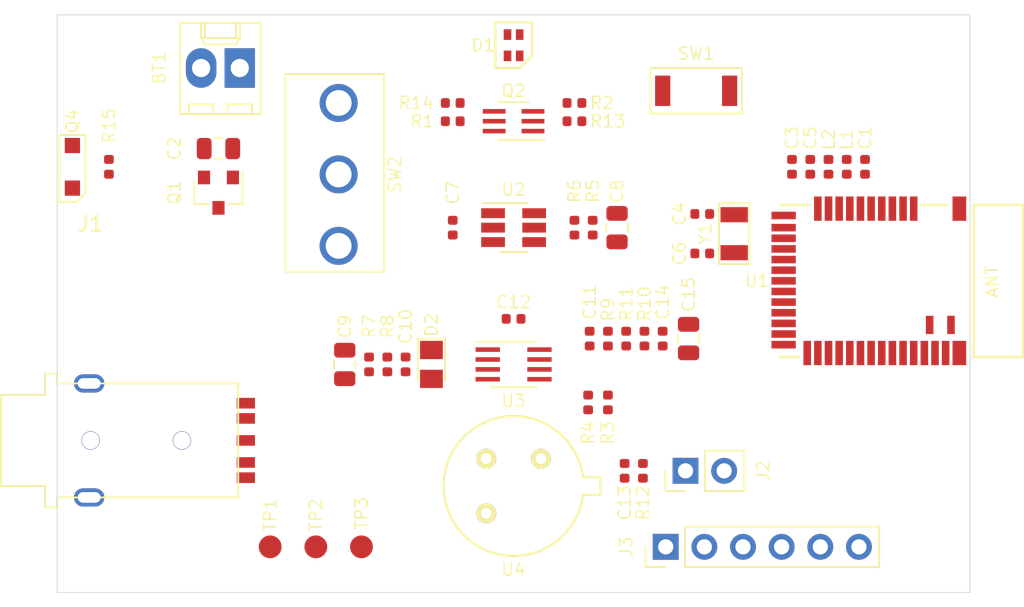
<source format=kicad_pcb>
(kicad_pcb (version 20171130) (host pcbnew "(5.1.0)-1")

  (general
    (thickness 1.6)
    (drawings 8)
    (tracks 0)
    (zones 0)
    (modules 55)
    (nets 54)
  )

  (page A4)
  (layers
    (0 F.Cu signal)
    (31 B.Cu signal)
    (32 B.Adhes user)
    (33 F.Adhes user)
    (34 B.Paste user)
    (35 F.Paste user)
    (36 B.SilkS user)
    (37 F.SilkS user)
    (38 B.Mask user)
    (39 F.Mask user)
    (40 Dwgs.User user)
    (41 Cmts.User user)
    (42 Eco1.User user)
    (43 Eco2.User user)
    (44 Edge.Cuts user)
    (45 Margin user)
    (46 B.CrtYd user hide)
    (47 F.CrtYd user)
    (48 B.Fab user hide)
    (49 F.Fab user hide)
  )

  (setup
    (last_trace_width 0.25)
    (trace_clearance 0.2)
    (zone_clearance 0.508)
    (zone_45_only no)
    (trace_min 0.2)
    (via_size 0.8)
    (via_drill 0.4)
    (via_min_size 0.4)
    (via_min_drill 0.3)
    (uvia_size 0.3)
    (uvia_drill 0.1)
    (uvias_allowed no)
    (uvia_min_size 0.2)
    (uvia_min_drill 0.1)
    (edge_width 0.05)
    (segment_width 0.2)
    (pcb_text_width 0.3)
    (pcb_text_size 1.5 1.5)
    (mod_edge_width 0.12)
    (mod_text_size 1 1)
    (mod_text_width 0.15)
    (pad_size 1.524 1.524)
    (pad_drill 0.762)
    (pad_to_mask_clearance 0.051)
    (solder_mask_min_width 0.25)
    (aux_axis_origin 0 0)
    (grid_origin 10 10)
    (visible_elements 7FFFFFFF)
    (pcbplotparams
      (layerselection 0x010fc_ffffffff)
      (usegerberextensions false)
      (usegerberattributes false)
      (usegerberadvancedattributes false)
      (creategerberjobfile false)
      (excludeedgelayer true)
      (linewidth 0.100000)
      (plotframeref false)
      (viasonmask false)
      (mode 1)
      (useauxorigin false)
      (hpglpennumber 1)
      (hpglpenspeed 20)
      (hpglpendiameter 15.000000)
      (psnegative false)
      (psa4output false)
      (plotreference true)
      (plotvalue true)
      (plotinvisibletext false)
      (padsonsilk false)
      (subtractmaskfromsilk false)
      (outputformat 1)
      (mirror false)
      (drillshape 1)
      (scaleselection 1)
      (outputdirectory ""))
  )

  (net 0 "")
  (net 1 GND)
  (net 2 "Net-(BT1-Pad1)")
  (net 3 /DEC4)
  (net 4 VDD)
  (net 5 /LFCLK_XL1)
  (net 6 /LFCLK_XL2)
  (net 7 "Net-(C8-Pad1)")
  (net 8 /OUT_A)
  (net 9 "Net-(C9-Pad1)")
  (net 10 "Net-(C10-Pad2)")
  (net 11 "Net-(C11-Pad1)")
  (net 12 "Net-(C11-Pad2)")
  (net 13 /PIR_OUT)
  (net 14 /AMP_SIGNAL)
  (net 15 /AMP_OFFSET)
  (net 16 "Net-(D1-Pad4)")
  (net 17 "Net-(D1-Pad2)")
  (net 18 /RX)
  (net 19 /TX)
  (net 20 /SWDIO)
  (net 21 /SWDCLK)
  (net 22 "Net-(L1-Pad2)")
  (net 23 /DCC)
  (net 24 /LED_RED)
  (net 25 "Net-(Q2-Pad3)")
  (net 26 /LED_GREEN)
  (net 27 "Net-(Q2-Pad6)")
  (net 28 /LED_SENSE)
  (net 29 /AMP_REF)
  (net 30 "Net-(R5-Pad1)")
  (net 31 /BUTTON)
  (net 32 "Net-(U1-Pad41)")
  (net 33 "Net-(U1-Pad40)")
  (net 34 "Net-(U1-Pad38)")
  (net 35 /RESET)
  (net 36 /GPIO1)
  (net 37 /GPIO2)
  (net 38 "Net-(U1-Pad30)")
  (net 39 "Net-(U1-Pad29)")
  (net 40 "Net-(U1-Pad28)")
  (net 41 /TRIGGER)
  (net 42 /FOCUS)
  (net 43 /AUDIO_JACK_IO)
  (net 44 "Net-(U1-Pad23)")
  (net 45 "Net-(U1-Pad22)")
  (net 46 "Net-(U1-Pad21)")
  (net 47 /MCP4012T_U\D)
  (net 48 /MCP4012T_CS)
  (net 49 "Net-(U1-Pad16)")
  (net 50 "Net-(U1-Pad15)")
  (net 51 "Net-(U1-Pad7)")
  (net 52 "Net-(U1-Pad6)")
  (net 53 "Net-(Q1-Pad3)")

  (net_class Default "This is the default net class."
    (clearance 0.2)
    (trace_width 0.25)
    (via_dia 0.8)
    (via_drill 0.4)
    (uvia_dia 0.3)
    (uvia_drill 0.1)
    (add_net /AMP_OFFSET)
    (add_net /AMP_REF)
    (add_net /AMP_SIGNAL)
    (add_net /AUDIO_JACK_IO)
    (add_net /BUTTON)
    (add_net /DCC)
    (add_net /DEC4)
    (add_net /FOCUS)
    (add_net /GPIO1)
    (add_net /GPIO2)
    (add_net /LED_GREEN)
    (add_net /LED_RED)
    (add_net /LED_SENSE)
    (add_net /LFCLK_XL1)
    (add_net /LFCLK_XL2)
    (add_net /MCP4012T_CS)
    (add_net /MCP4012T_U\D)
    (add_net /OUT_A)
    (add_net /PIR_OUT)
    (add_net /RESET)
    (add_net /RX)
    (add_net /SWDCLK)
    (add_net /SWDIO)
    (add_net /TRIGGER)
    (add_net /TX)
    (add_net GND)
    (add_net "Net-(BT1-Pad1)")
    (add_net "Net-(C10-Pad2)")
    (add_net "Net-(C11-Pad1)")
    (add_net "Net-(C11-Pad2)")
    (add_net "Net-(C8-Pad1)")
    (add_net "Net-(C9-Pad1)")
    (add_net "Net-(D1-Pad2)")
    (add_net "Net-(D1-Pad4)")
    (add_net "Net-(L1-Pad2)")
    (add_net "Net-(Q1-Pad3)")
    (add_net "Net-(Q2-Pad3)")
    (add_net "Net-(Q2-Pad6)")
    (add_net "Net-(R5-Pad1)")
    (add_net "Net-(U1-Pad15)")
    (add_net "Net-(U1-Pad16)")
    (add_net "Net-(U1-Pad21)")
    (add_net "Net-(U1-Pad22)")
    (add_net "Net-(U1-Pad23)")
    (add_net "Net-(U1-Pad28)")
    (add_net "Net-(U1-Pad29)")
    (add_net "Net-(U1-Pad30)")
    (add_net "Net-(U1-Pad38)")
    (add_net "Net-(U1-Pad40)")
    (add_net "Net-(U1-Pad41)")
    (add_net "Net-(U1-Pad6)")
    (add_net "Net-(U1-Pad7)")
    (add_net VDD)
  )

  (module sense:BSD840NH6327XTSA1_Dual_NMOS (layer F.Cu) (tedit 5CE53B98) (tstamp 5CFA2A77)
    (at 40 17 90)
    (path /5D127419)
    (fp_text reference Q2 (at 2 0 -180) (layer F.SilkS)
      (effects (font (size 0.8 0.8) (thickness 0.1)))
    )
    (fp_text value Q_DUAL_NMOS_BSD840NH6327XTSA1 (at 0.05 -5.35 90) (layer F.Fab)
      (effects (font (size 1 1) (thickness 0.15)))
    )
    (fp_line (start 1.25 1) (end 1.25 -1) (layer F.SilkS) (width 0.12))
    (fp_line (start -1.25 -1) (end -1.25 2) (layer F.SilkS) (width 0.12))
    (pad 1 smd rect (at -0.65 1.275 90) (size 0.3 1.5) (layers F.Cu F.Paste F.Mask)
      (net 1 GND))
    (pad 2 smd rect (at 0 1.275 90) (size 0.3 1.5) (layers F.Cu F.Paste F.Mask)
      (net 24 /LED_RED))
    (pad 3 smd rect (at 0.65 1.275 90) (size 0.3 1.5) (layers F.Cu F.Paste F.Mask)
      (net 25 "Net-(Q2-Pad3)"))
    (pad 4 smd rect (at 0.65 -1.275 90) (size 0.3 1.5) (layers F.Cu F.Paste F.Mask)
      (net 1 GND))
    (pad 5 smd rect (at 0 -1.275 90) (size 0.3 1.5) (layers F.Cu F.Paste F.Mask)
      (net 26 /LED_GREEN))
    (pad 6 smd rect (at -0.65 -1.275 90) (size 0.3 1.5) (layers F.Cu F.Paste F.Mask)
      (net 27 "Net-(Q2-Pad6)"))
  )

  (module sense:Molex_KK-6410-02_02x2.54mm_Straight (layer F.Cu) (tedit 58EE6EE4) (tstamp 5CE5A02A)
    (at 22 13.5 180)
    (descr "Connector Headers with Friction Lock, 22-27-2021, http://www.molex.com/pdm_docs/sd/022272021_sd.pdf")
    (tags "connector molex kk_6410 22-27-2021")
    (path /5A868475)
    (fp_text reference BT1 (at 5.3 0 90) (layer F.SilkS)
      (effects (font (size 0.8 0.8) (thickness 0.1)))
    )
    (fp_text value Battery (at 1.27 4.5 180) (layer F.Fab)
      (effects (font (size 0.75 0.75) (thickness 0.15)))
    )
    (fp_text user %R (at 1.27 0 180) (layer F.Fab)
      (effects (font (size 1 1) (thickness 0.15)))
    )
    (fp_line (start 4.45 3.5) (end -1.9 3.5) (layer F.CrtYd) (width 0.05))
    (fp_line (start 4.45 -3.55) (end 4.45 3.5) (layer F.CrtYd) (width 0.05))
    (fp_line (start -1.9 -3.55) (end 4.45 -3.55) (layer F.CrtYd) (width 0.05))
    (fp_line (start -1.9 3.5) (end -1.9 -3.55) (layer F.CrtYd) (width 0.05))
    (fp_line (start 3.34 -2.4) (end 3.34 -3.02) (layer F.SilkS) (width 0.12))
    (fp_line (start 1.74 -2.4) (end 3.34 -2.4) (layer F.SilkS) (width 0.12))
    (fp_line (start 1.74 -3.02) (end 1.74 -2.4) (layer F.SilkS) (width 0.12))
    (fp_line (start 0.8 -2.4) (end 0.8 -3.02) (layer F.SilkS) (width 0.12))
    (fp_line (start -0.8 -2.4) (end 0.8 -2.4) (layer F.SilkS) (width 0.12))
    (fp_line (start -0.8 -3.02) (end -0.8 -2.4) (layer F.SilkS) (width 0.12))
    (fp_line (start 2.29 2.98) (end 2.29 1.98) (layer F.SilkS) (width 0.12))
    (fp_line (start 0.25 2.98) (end 0.25 1.98) (layer F.SilkS) (width 0.12))
    (fp_line (start 2.29 1.55) (end 2.54 1.98) (layer F.SilkS) (width 0.12))
    (fp_line (start 0.25 1.55) (end 2.29 1.55) (layer F.SilkS) (width 0.12))
    (fp_line (start 0 1.98) (end 0.25 1.55) (layer F.SilkS) (width 0.12))
    (fp_line (start 2.54 1.98) (end 2.54 2.98) (layer F.SilkS) (width 0.12))
    (fp_line (start 0 1.98) (end 2.54 1.98) (layer F.SilkS) (width 0.12))
    (fp_line (start 0 2.98) (end 0 1.98) (layer F.SilkS) (width 0.12))
    (fp_line (start 3.91 -3.02) (end -1.37 -3.02) (layer F.SilkS) (width 0.12))
    (fp_line (start 3.91 2.98) (end 3.91 -3.02) (layer F.SilkS) (width 0.12))
    (fp_line (start -1.37 2.98) (end 3.91 2.98) (layer F.SilkS) (width 0.12))
    (fp_line (start -1.37 -3.02) (end -1.37 2.98) (layer F.SilkS) (width 0.12))
    (fp_line (start 4.01 -3.12) (end -1.47 -3.12) (layer F.Fab) (width 0.12))
    (fp_line (start 4.01 3.08) (end 4.01 -3.12) (layer F.Fab) (width 0.12))
    (fp_line (start -1.47 3.08) (end 4.01 3.08) (layer F.Fab) (width 0.12))
    (fp_line (start -1.47 -3.12) (end -1.47 3.08) (layer F.Fab) (width 0.12))
    (pad 2 thru_hole oval (at 2.54 0 180) (size 2 2.6) (drill 1.2) (layers *.Cu *.Mask)
      (net 1 GND))
    (pad 1 thru_hole rect (at 0 0 180) (size 2 2.6) (drill 1.2) (layers *.Cu *.Mask)
      (net 2 "Net-(BT1-Pad1)"))
    (model ${KISYS3DMOD}/Connectors_Molex.3dshapes/Molex_KK-6410-02_02x2.54mm_Straight.wrl
      (at (xyz 0 0 0))
      (scale (xyz 1 1 1))
      (rotate (xyz 0 0 0))
    )
  )

  (module Capacitor_SMD:C_0402_1005Metric (layer F.Cu) (tedit 5B301BBE) (tstamp 5CE5A039)
    (at 63.1 20 270)
    (descr "Capacitor SMD 0402 (1005 Metric), square (rectangular) end terminal, IPC_7351 nominal, (Body size source: http://www.tortai-tech.com/upload/download/2011102023233369053.pdf), generated with kicad-footprint-generator")
    (tags capacitor)
    (path /5A8BC51E)
    (attr smd)
    (fp_text reference C1 (at -1.9 0 270) (layer F.SilkS)
      (effects (font (size 0.8 0.8) (thickness 0.1)))
    )
    (fp_text value 1uF (at 0 1.17 270) (layer F.Fab)
      (effects (font (size 1 1) (thickness 0.15)))
    )
    (fp_line (start -0.5 0.25) (end -0.5 -0.25) (layer F.Fab) (width 0.1))
    (fp_line (start -0.5 -0.25) (end 0.5 -0.25) (layer F.Fab) (width 0.1))
    (fp_line (start 0.5 -0.25) (end 0.5 0.25) (layer F.Fab) (width 0.1))
    (fp_line (start 0.5 0.25) (end -0.5 0.25) (layer F.Fab) (width 0.1))
    (fp_line (start -0.93 0.47) (end -0.93 -0.47) (layer F.CrtYd) (width 0.05))
    (fp_line (start -0.93 -0.47) (end 0.93 -0.47) (layer F.CrtYd) (width 0.05))
    (fp_line (start 0.93 -0.47) (end 0.93 0.47) (layer F.CrtYd) (width 0.05))
    (fp_line (start 0.93 0.47) (end -0.93 0.47) (layer F.CrtYd) (width 0.05))
    (fp_text user %R (at 0 0 270) (layer F.Fab)
      (effects (font (size 0.25 0.25) (thickness 0.04)))
    )
    (pad 1 smd roundrect (at -0.485 0 270) (size 0.59 0.64) (layers F.Cu F.Paste F.Mask) (roundrect_rratio 0.25)
      (net 1 GND))
    (pad 2 smd roundrect (at 0.485 0 270) (size 0.59 0.64) (layers F.Cu F.Paste F.Mask) (roundrect_rratio 0.25)
      (net 3 /DEC4))
    (model ${KISYS3DMOD}/Capacitor_SMD.3dshapes/C_0402_1005Metric.wrl
      (at (xyz 0 0 0))
      (scale (xyz 1 1 1))
      (rotate (xyz 0 0 0))
    )
  )

  (module Capacitor_SMD:C_0805_2012Metric (layer F.Cu) (tedit 5B36C52B) (tstamp 5CE5A04A)
    (at 20.6 18.8)
    (descr "Capacitor SMD 0805 (2012 Metric), square (rectangular) end terminal, IPC_7351 nominal, (Body size source: https://docs.google.com/spreadsheets/d/1BsfQQcO9C6DZCsRaXUlFlo91Tg2WpOkGARC1WS5S8t0/edit?usp=sharing), generated with kicad-footprint-generator")
    (tags capacitor)
    (path /5A8689DA)
    (attr smd)
    (fp_text reference C2 (at -2.9 0 270) (layer F.SilkS)
      (effects (font (size 0.8 0.8) (thickness 0.1)))
    )
    (fp_text value 10uF (at 0 1.65) (layer F.Fab)
      (effects (font (size 1 1) (thickness 0.15)))
    )
    (fp_line (start -1 0.6) (end -1 -0.6) (layer F.Fab) (width 0.1))
    (fp_line (start -1 -0.6) (end 1 -0.6) (layer F.Fab) (width 0.1))
    (fp_line (start 1 -0.6) (end 1 0.6) (layer F.Fab) (width 0.1))
    (fp_line (start 1 0.6) (end -1 0.6) (layer F.Fab) (width 0.1))
    (fp_line (start -0.258578 -0.71) (end 0.258578 -0.71) (layer F.SilkS) (width 0.12))
    (fp_line (start -0.258578 0.71) (end 0.258578 0.71) (layer F.SilkS) (width 0.12))
    (fp_line (start -1.68 0.95) (end -1.68 -0.95) (layer F.CrtYd) (width 0.05))
    (fp_line (start -1.68 -0.95) (end 1.68 -0.95) (layer F.CrtYd) (width 0.05))
    (fp_line (start 1.68 -0.95) (end 1.68 0.95) (layer F.CrtYd) (width 0.05))
    (fp_line (start 1.68 0.95) (end -1.68 0.95) (layer F.CrtYd) (width 0.05))
    (fp_text user %R (at 0 0) (layer F.Fab)
      (effects (font (size 0.5 0.5) (thickness 0.08)))
    )
    (pad 1 smd roundrect (at -0.9375 0) (size 0.975 1.4) (layers F.Cu F.Paste F.Mask) (roundrect_rratio 0.25)
      (net 4 VDD))
    (pad 2 smd roundrect (at 0.9375 0) (size 0.975 1.4) (layers F.Cu F.Paste F.Mask) (roundrect_rratio 0.25)
      (net 1 GND))
    (model ${KISYS3DMOD}/Capacitor_SMD.3dshapes/C_0805_2012Metric.wrl
      (at (xyz 0 0 0))
      (scale (xyz 1 1 1))
      (rotate (xyz 0 0 0))
    )
  )

  (module Capacitor_SMD:C_0402_1005Metric (layer F.Cu) (tedit 5B301BBE) (tstamp 5CFA2CB1)
    (at 58.3 20 270)
    (descr "Capacitor SMD 0402 (1005 Metric), square (rectangular) end terminal, IPC_7351 nominal, (Body size source: http://www.tortai-tech.com/upload/download/2011102023233369053.pdf), generated with kicad-footprint-generator")
    (tags capacitor)
    (path /5A8BC1C2)
    (attr smd)
    (fp_text reference C3 (at -1.9 0 270) (layer F.SilkS)
      (effects (font (size 0.8 0.8) (thickness 0.1)))
    )
    (fp_text value 1uF (at 0 1.17 270) (layer F.Fab)
      (effects (font (size 1 1) (thickness 0.15)))
    )
    (fp_line (start -0.5 0.25) (end -0.5 -0.25) (layer F.Fab) (width 0.1))
    (fp_line (start -0.5 -0.25) (end 0.5 -0.25) (layer F.Fab) (width 0.1))
    (fp_line (start 0.5 -0.25) (end 0.5 0.25) (layer F.Fab) (width 0.1))
    (fp_line (start 0.5 0.25) (end -0.5 0.25) (layer F.Fab) (width 0.1))
    (fp_line (start -0.93 0.47) (end -0.93 -0.47) (layer F.CrtYd) (width 0.05))
    (fp_line (start -0.93 -0.47) (end 0.93 -0.47) (layer F.CrtYd) (width 0.05))
    (fp_line (start 0.93 -0.47) (end 0.93 0.47) (layer F.CrtYd) (width 0.05))
    (fp_line (start 0.93 0.47) (end -0.93 0.47) (layer F.CrtYd) (width 0.05))
    (fp_text user %R (at 0 0 270) (layer F.Fab)
      (effects (font (size 0.25 0.25) (thickness 0.04)))
    )
    (pad 1 smd roundrect (at -0.485 0 270) (size 0.59 0.64) (layers F.Cu F.Paste F.Mask) (roundrect_rratio 0.25)
      (net 1 GND))
    (pad 2 smd roundrect (at 0.485 0 270) (size 0.59 0.64) (layers F.Cu F.Paste F.Mask) (roundrect_rratio 0.25)
      (net 4 VDD))
    (model ${KISYS3DMOD}/Capacitor_SMD.3dshapes/C_0402_1005Metric.wrl
      (at (xyz 0 0 0))
      (scale (xyz 1 1 1))
      (rotate (xyz 0 0 0))
    )
  )

  (module Capacitor_SMD:C_0402_1005Metric (layer F.Cu) (tedit 5B301BBE) (tstamp 5CFDFEBC)
    (at 52.4 23.1)
    (descr "Capacitor SMD 0402 (1005 Metric), square (rectangular) end terminal, IPC_7351 nominal, (Body size source: http://www.tortai-tech.com/upload/download/2011102023233369053.pdf), generated with kicad-footprint-generator")
    (tags capacitor)
    (path /5A8BC0B2)
    (attr smd)
    (fp_text reference C4 (at -1.5 0 90) (layer F.SilkS)
      (effects (font (size 0.8 0.8) (thickness 0.1)))
    )
    (fp_text value 8pF (at 0 1.17) (layer F.Fab)
      (effects (font (size 1 1) (thickness 0.15)))
    )
    (fp_text user %R (at 0 0) (layer F.Fab)
      (effects (font (size 0.25 0.25) (thickness 0.04)))
    )
    (fp_line (start 0.93 0.47) (end -0.93 0.47) (layer F.CrtYd) (width 0.05))
    (fp_line (start 0.93 -0.47) (end 0.93 0.47) (layer F.CrtYd) (width 0.05))
    (fp_line (start -0.93 -0.47) (end 0.93 -0.47) (layer F.CrtYd) (width 0.05))
    (fp_line (start -0.93 0.47) (end -0.93 -0.47) (layer F.CrtYd) (width 0.05))
    (fp_line (start 0.5 0.25) (end -0.5 0.25) (layer F.Fab) (width 0.1))
    (fp_line (start 0.5 -0.25) (end 0.5 0.25) (layer F.Fab) (width 0.1))
    (fp_line (start -0.5 -0.25) (end 0.5 -0.25) (layer F.Fab) (width 0.1))
    (fp_line (start -0.5 0.25) (end -0.5 -0.25) (layer F.Fab) (width 0.1))
    (pad 2 smd roundrect (at 0.485 0) (size 0.59 0.64) (layers F.Cu F.Paste F.Mask) (roundrect_rratio 0.25)
      (net 5 /LFCLK_XL1))
    (pad 1 smd roundrect (at -0.485 0) (size 0.59 0.64) (layers F.Cu F.Paste F.Mask) (roundrect_rratio 0.25)
      (net 1 GND))
    (model ${KISYS3DMOD}/Capacitor_SMD.3dshapes/C_0402_1005Metric.wrl
      (at (xyz 0 0 0))
      (scale (xyz 1 1 1))
      (rotate (xyz 0 0 0))
    )
  )

  (module Capacitor_SMD:C_0402_1005Metric (layer F.Cu) (tedit 5B301BBE) (tstamp 5CE5A077)
    (at 59.5 20 270)
    (descr "Capacitor SMD 0402 (1005 Metric), square (rectangular) end terminal, IPC_7351 nominal, (Body size source: http://www.tortai-tech.com/upload/download/2011102023233369053.pdf), generated with kicad-footprint-generator")
    (tags capacitor)
    (path /5A8BC389)
    (attr smd)
    (fp_text reference C5 (at -1.9 0 270) (layer F.SilkS)
      (effects (font (size 0.8 0.8) (thickness 0.1)))
    )
    (fp_text value 100nF (at 0 1.17 270) (layer F.Fab)
      (effects (font (size 1 1) (thickness 0.15)))
    )
    (fp_text user %R (at 0 0 270) (layer F.Fab)
      (effects (font (size 0.25 0.25) (thickness 0.04)))
    )
    (fp_line (start 0.93 0.47) (end -0.93 0.47) (layer F.CrtYd) (width 0.05))
    (fp_line (start 0.93 -0.47) (end 0.93 0.47) (layer F.CrtYd) (width 0.05))
    (fp_line (start -0.93 -0.47) (end 0.93 -0.47) (layer F.CrtYd) (width 0.05))
    (fp_line (start -0.93 0.47) (end -0.93 -0.47) (layer F.CrtYd) (width 0.05))
    (fp_line (start 0.5 0.25) (end -0.5 0.25) (layer F.Fab) (width 0.1))
    (fp_line (start 0.5 -0.25) (end 0.5 0.25) (layer F.Fab) (width 0.1))
    (fp_line (start -0.5 -0.25) (end 0.5 -0.25) (layer F.Fab) (width 0.1))
    (fp_line (start -0.5 0.25) (end -0.5 -0.25) (layer F.Fab) (width 0.1))
    (pad 2 smd roundrect (at 0.485 0 270) (size 0.59 0.64) (layers F.Cu F.Paste F.Mask) (roundrect_rratio 0.25)
      (net 4 VDD))
    (pad 1 smd roundrect (at -0.485 0 270) (size 0.59 0.64) (layers F.Cu F.Paste F.Mask) (roundrect_rratio 0.25)
      (net 1 GND))
    (model ${KISYS3DMOD}/Capacitor_SMD.3dshapes/C_0402_1005Metric.wrl
      (at (xyz 0 0 0))
      (scale (xyz 1 1 1))
      (rotate (xyz 0 0 0))
    )
  )

  (module Capacitor_SMD:C_0402_1005Metric (layer F.Cu) (tedit 5B301BBE) (tstamp 5CFDFE92)
    (at 52.4 25.7)
    (descr "Capacitor SMD 0402 (1005 Metric), square (rectangular) end terminal, IPC_7351 nominal, (Body size source: http://www.tortai-tech.com/upload/download/2011102023233369053.pdf), generated with kicad-footprint-generator")
    (tags capacitor)
    (path /5A8BBEF5)
    (attr smd)
    (fp_text reference C6 (at -1.5 0 90) (layer F.SilkS)
      (effects (font (size 0.8 0.8) (thickness 0.1)))
    )
    (fp_text value 8pF (at 0 1.17) (layer F.Fab)
      (effects (font (size 1 1) (thickness 0.15)))
    )
    (fp_line (start -0.5 0.25) (end -0.5 -0.25) (layer F.Fab) (width 0.1))
    (fp_line (start -0.5 -0.25) (end 0.5 -0.25) (layer F.Fab) (width 0.1))
    (fp_line (start 0.5 -0.25) (end 0.5 0.25) (layer F.Fab) (width 0.1))
    (fp_line (start 0.5 0.25) (end -0.5 0.25) (layer F.Fab) (width 0.1))
    (fp_line (start -0.93 0.47) (end -0.93 -0.47) (layer F.CrtYd) (width 0.05))
    (fp_line (start -0.93 -0.47) (end 0.93 -0.47) (layer F.CrtYd) (width 0.05))
    (fp_line (start 0.93 -0.47) (end 0.93 0.47) (layer F.CrtYd) (width 0.05))
    (fp_line (start 0.93 0.47) (end -0.93 0.47) (layer F.CrtYd) (width 0.05))
    (fp_text user %R (at 0 0) (layer F.Fab)
      (effects (font (size 0.25 0.25) (thickness 0.04)))
    )
    (pad 1 smd roundrect (at -0.485 0) (size 0.59 0.64) (layers F.Cu F.Paste F.Mask) (roundrect_rratio 0.25)
      (net 1 GND))
    (pad 2 smd roundrect (at 0.485 0) (size 0.59 0.64) (layers F.Cu F.Paste F.Mask) (roundrect_rratio 0.25)
      (net 6 /LFCLK_XL2))
    (model ${KISYS3DMOD}/Capacitor_SMD.3dshapes/C_0402_1005Metric.wrl
      (at (xyz 0 0 0))
      (scale (xyz 1 1 1))
      (rotate (xyz 0 0 0))
    )
  )

  (module Capacitor_SMD:C_0402_1005Metric (layer F.Cu) (tedit 5B301BBE) (tstamp 5CFA2CDB)
    (at 36 24 270)
    (descr "Capacitor SMD 0402 (1005 Metric), square (rectangular) end terminal, IPC_7351 nominal, (Body size source: http://www.tortai-tech.com/upload/download/2011102023233369053.pdf), generated with kicad-footprint-generator")
    (tags capacitor)
    (path /5A8D9732)
    (attr smd)
    (fp_text reference C7 (at -2.3 0 270) (layer F.SilkS)
      (effects (font (size 0.8 0.8) (thickness 0.1)))
    )
    (fp_text value 0.1uF (at 0 1.17 270) (layer F.Fab)
      (effects (font (size 1 1) (thickness 0.15)))
    )
    (fp_text user %R (at 0 0 270) (layer F.Fab)
      (effects (font (size 0.25 0.25) (thickness 0.04)))
    )
    (fp_line (start 0.93 0.47) (end -0.93 0.47) (layer F.CrtYd) (width 0.05))
    (fp_line (start 0.93 -0.47) (end 0.93 0.47) (layer F.CrtYd) (width 0.05))
    (fp_line (start -0.93 -0.47) (end 0.93 -0.47) (layer F.CrtYd) (width 0.05))
    (fp_line (start -0.93 0.47) (end -0.93 -0.47) (layer F.CrtYd) (width 0.05))
    (fp_line (start 0.5 0.25) (end -0.5 0.25) (layer F.Fab) (width 0.1))
    (fp_line (start 0.5 -0.25) (end 0.5 0.25) (layer F.Fab) (width 0.1))
    (fp_line (start -0.5 -0.25) (end 0.5 -0.25) (layer F.Fab) (width 0.1))
    (fp_line (start -0.5 0.25) (end -0.5 -0.25) (layer F.Fab) (width 0.1))
    (pad 2 smd roundrect (at 0.485 0 270) (size 0.59 0.64) (layers F.Cu F.Paste F.Mask) (roundrect_rratio 0.25)
      (net 1 GND))
    (pad 1 smd roundrect (at -0.485 0 270) (size 0.59 0.64) (layers F.Cu F.Paste F.Mask) (roundrect_rratio 0.25)
      (net 4 VDD))
    (model ${KISYS3DMOD}/Capacitor_SMD.3dshapes/C_0402_1005Metric.wrl
      (at (xyz 0 0 0))
      (scale (xyz 1 1 1))
      (rotate (xyz 0 0 0))
    )
  )

  (module Capacitor_SMD:C_0805_2012Metric (layer F.Cu) (tedit 5B36C52B) (tstamp 5CE5A0A6)
    (at 46.8 24 90)
    (descr "Capacitor SMD 0805 (2012 Metric), square (rectangular) end terminal, IPC_7351 nominal, (Body size source: https://docs.google.com/spreadsheets/d/1BsfQQcO9C6DZCsRaXUlFlo91Tg2WpOkGARC1WS5S8t0/edit?usp=sharing), generated with kicad-footprint-generator")
    (tags capacitor)
    (path /5A8BBB25)
    (attr smd)
    (fp_text reference C8 (at 2.4 0 90) (layer F.SilkS)
      (effects (font (size 0.8 0.8) (thickness 0.1)))
    )
    (fp_text value 22uF (at 0 1.65 90) (layer F.Fab)
      (effects (font (size 1 1) (thickness 0.15)))
    )
    (fp_line (start -1 0.6) (end -1 -0.6) (layer F.Fab) (width 0.1))
    (fp_line (start -1 -0.6) (end 1 -0.6) (layer F.Fab) (width 0.1))
    (fp_line (start 1 -0.6) (end 1 0.6) (layer F.Fab) (width 0.1))
    (fp_line (start 1 0.6) (end -1 0.6) (layer F.Fab) (width 0.1))
    (fp_line (start -0.258578 -0.71) (end 0.258578 -0.71) (layer F.SilkS) (width 0.12))
    (fp_line (start -0.258578 0.71) (end 0.258578 0.71) (layer F.SilkS) (width 0.12))
    (fp_line (start -1.68 0.95) (end -1.68 -0.95) (layer F.CrtYd) (width 0.05))
    (fp_line (start -1.68 -0.95) (end 1.68 -0.95) (layer F.CrtYd) (width 0.05))
    (fp_line (start 1.68 -0.95) (end 1.68 0.95) (layer F.CrtYd) (width 0.05))
    (fp_line (start 1.68 0.95) (end -1.68 0.95) (layer F.CrtYd) (width 0.05))
    (fp_text user %R (at 0 0 90) (layer F.Fab)
      (effects (font (size 0.5 0.5) (thickness 0.08)))
    )
    (pad 1 smd roundrect (at -0.9375 0 90) (size 0.975 1.4) (layers F.Cu F.Paste F.Mask) (roundrect_rratio 0.25)
      (net 7 "Net-(C8-Pad1)"))
    (pad 2 smd roundrect (at 0.9375 0 90) (size 0.975 1.4) (layers F.Cu F.Paste F.Mask) (roundrect_rratio 0.25)
      (net 8 /OUT_A))
    (model ${KISYS3DMOD}/Capacitor_SMD.3dshapes/C_0805_2012Metric.wrl
      (at (xyz 0 0 0))
      (scale (xyz 1 1 1))
      (rotate (xyz 0 0 0))
    )
  )

  (module Capacitor_SMD:C_0805_2012Metric (layer F.Cu) (tedit 5B36C52B) (tstamp 5CFAA54F)
    (at 28.9 33 270)
    (descr "Capacitor SMD 0805 (2012 Metric), square (rectangular) end terminal, IPC_7351 nominal, (Body size source: https://docs.google.com/spreadsheets/d/1BsfQQcO9C6DZCsRaXUlFlo91Tg2WpOkGARC1WS5S8t0/edit?usp=sharing), generated with kicad-footprint-generator")
    (tags capacitor)
    (path /5A8BB91F)
    (attr smd)
    (fp_text reference C9 (at -2.5 0 270) (layer F.SilkS)
      (effects (font (size 0.8 0.8) (thickness 0.1)))
    )
    (fp_text value 22uF (at 0 1.65 270) (layer F.Fab)
      (effects (font (size 1 1) (thickness 0.15)))
    )
    (fp_text user %R (at 0 0 270) (layer F.Fab)
      (effects (font (size 0.5 0.5) (thickness 0.08)))
    )
    (fp_line (start 1.68 0.95) (end -1.68 0.95) (layer F.CrtYd) (width 0.05))
    (fp_line (start 1.68 -0.95) (end 1.68 0.95) (layer F.CrtYd) (width 0.05))
    (fp_line (start -1.68 -0.95) (end 1.68 -0.95) (layer F.CrtYd) (width 0.05))
    (fp_line (start -1.68 0.95) (end -1.68 -0.95) (layer F.CrtYd) (width 0.05))
    (fp_line (start -0.258578 0.71) (end 0.258578 0.71) (layer F.SilkS) (width 0.12))
    (fp_line (start -0.258578 -0.71) (end 0.258578 -0.71) (layer F.SilkS) (width 0.12))
    (fp_line (start 1 0.6) (end -1 0.6) (layer F.Fab) (width 0.1))
    (fp_line (start 1 -0.6) (end 1 0.6) (layer F.Fab) (width 0.1))
    (fp_line (start -1 -0.6) (end 1 -0.6) (layer F.Fab) (width 0.1))
    (fp_line (start -1 0.6) (end -1 -0.6) (layer F.Fab) (width 0.1))
    (pad 2 smd roundrect (at 0.9375 0 270) (size 0.975 1.4) (layers F.Cu F.Paste F.Mask) (roundrect_rratio 0.25)
      (net 1 GND))
    (pad 1 smd roundrect (at -0.9375 0 270) (size 0.975 1.4) (layers F.Cu F.Paste F.Mask) (roundrect_rratio 0.25)
      (net 9 "Net-(C9-Pad1)"))
    (model ${KISYS3DMOD}/Capacitor_SMD.3dshapes/C_0805_2012Metric.wrl
      (at (xyz 0 0 0))
      (scale (xyz 1 1 1))
      (rotate (xyz 0 0 0))
    )
  )

  (module Capacitor_SMD:C_0402_1005Metric (layer F.Cu) (tedit 5B301BBE) (tstamp 5CE5A0C6)
    (at 32.9 33 270)
    (descr "Capacitor SMD 0402 (1005 Metric), square (rectangular) end terminal, IPC_7351 nominal, (Body size source: http://www.tortai-tech.com/upload/download/2011102023233369053.pdf), generated with kicad-footprint-generator")
    (tags capacitor)
    (path /5A8BB7EA)
    (attr smd)
    (fp_text reference C10 (at -2.5 0 270) (layer F.SilkS)
      (effects (font (size 0.8 0.8) (thickness 0.1)))
    )
    (fp_text value 6.8nF (at 0 1.17 270) (layer F.Fab)
      (effects (font (size 1 1) (thickness 0.15)))
    )
    (fp_text user %R (at 0 0 270) (layer F.Fab)
      (effects (font (size 0.25 0.25) (thickness 0.04)))
    )
    (fp_line (start 0.93 0.47) (end -0.93 0.47) (layer F.CrtYd) (width 0.05))
    (fp_line (start 0.93 -0.47) (end 0.93 0.47) (layer F.CrtYd) (width 0.05))
    (fp_line (start -0.93 -0.47) (end 0.93 -0.47) (layer F.CrtYd) (width 0.05))
    (fp_line (start -0.93 0.47) (end -0.93 -0.47) (layer F.CrtYd) (width 0.05))
    (fp_line (start 0.5 0.25) (end -0.5 0.25) (layer F.Fab) (width 0.1))
    (fp_line (start 0.5 -0.25) (end 0.5 0.25) (layer F.Fab) (width 0.1))
    (fp_line (start -0.5 -0.25) (end 0.5 -0.25) (layer F.Fab) (width 0.1))
    (fp_line (start -0.5 0.25) (end -0.5 -0.25) (layer F.Fab) (width 0.1))
    (pad 2 smd roundrect (at 0.485 0 270) (size 0.59 0.64) (layers F.Cu F.Paste F.Mask) (roundrect_rratio 0.25)
      (net 10 "Net-(C10-Pad2)"))
    (pad 1 smd roundrect (at -0.485 0 270) (size 0.59 0.64) (layers F.Cu F.Paste F.Mask) (roundrect_rratio 0.25)
      (net 8 /OUT_A))
    (model ${KISYS3DMOD}/Capacitor_SMD.3dshapes/C_0402_1005Metric.wrl
      (at (xyz 0 0 0))
      (scale (xyz 1 1 1))
      (rotate (xyz 0 0 0))
    )
  )

  (module Capacitor_SMD:C_0402_1005Metric (layer F.Cu) (tedit 5B301BBE) (tstamp 5CE5A0D5)
    (at 45 31.3 270)
    (descr "Capacitor SMD 0402 (1005 Metric), square (rectangular) end terminal, IPC_7351 nominal, (Body size source: http://www.tortai-tech.com/upload/download/2011102023233369053.pdf), generated with kicad-footprint-generator")
    (tags capacitor)
    (path /5A8BBA1B)
    (attr smd)
    (fp_text reference C11 (at -2.4 0 270) (layer F.SilkS)
      (effects (font (size 0.8 0.8) (thickness 0.1)))
    )
    (fp_text value 6.8nF (at 0 1.17 270) (layer F.Fab)
      (effects (font (size 1 1) (thickness 0.15)))
    )
    (fp_line (start -0.5 0.25) (end -0.5 -0.25) (layer F.Fab) (width 0.1))
    (fp_line (start -0.5 -0.25) (end 0.5 -0.25) (layer F.Fab) (width 0.1))
    (fp_line (start 0.5 -0.25) (end 0.5 0.25) (layer F.Fab) (width 0.1))
    (fp_line (start 0.5 0.25) (end -0.5 0.25) (layer F.Fab) (width 0.1))
    (fp_line (start -0.93 0.47) (end -0.93 -0.47) (layer F.CrtYd) (width 0.05))
    (fp_line (start -0.93 -0.47) (end 0.93 -0.47) (layer F.CrtYd) (width 0.05))
    (fp_line (start 0.93 -0.47) (end 0.93 0.47) (layer F.CrtYd) (width 0.05))
    (fp_line (start 0.93 0.47) (end -0.93 0.47) (layer F.CrtYd) (width 0.05))
    (fp_text user %R (at 0 0 270) (layer F.Fab)
      (effects (font (size 0.25 0.25) (thickness 0.04)))
    )
    (pad 1 smd roundrect (at -0.485 0 270) (size 0.59 0.64) (layers F.Cu F.Paste F.Mask) (roundrect_rratio 0.25)
      (net 11 "Net-(C11-Pad1)"))
    (pad 2 smd roundrect (at 0.485 0 270) (size 0.59 0.64) (layers F.Cu F.Paste F.Mask) (roundrect_rratio 0.25)
      (net 12 "Net-(C11-Pad2)"))
    (model ${KISYS3DMOD}/Capacitor_SMD.3dshapes/C_0402_1005Metric.wrl
      (at (xyz 0 0 0))
      (scale (xyz 1 1 1))
      (rotate (xyz 0 0 0))
    )
  )

  (module Capacitor_SMD:C_0402_1005Metric (layer F.Cu) (tedit 5B301BBE) (tstamp 5CE5A0E4)
    (at 40 30 180)
    (descr "Capacitor SMD 0402 (1005 Metric), square (rectangular) end terminal, IPC_7351 nominal, (Body size source: http://www.tortai-tech.com/upload/download/2011102023233369053.pdf), generated with kicad-footprint-generator")
    (tags capacitor)
    (path /5A8D8A1C)
    (attr smd)
    (fp_text reference C12 (at 0 1.1) (layer F.SilkS)
      (effects (font (size 0.8 0.8) (thickness 0.1)))
    )
    (fp_text value 0.1uF (at 0 1.17 180) (layer F.Fab)
      (effects (font (size 1 1) (thickness 0.15)))
    )
    (fp_line (start -0.5 0.25) (end -0.5 -0.25) (layer F.Fab) (width 0.1))
    (fp_line (start -0.5 -0.25) (end 0.5 -0.25) (layer F.Fab) (width 0.1))
    (fp_line (start 0.5 -0.25) (end 0.5 0.25) (layer F.Fab) (width 0.1))
    (fp_line (start 0.5 0.25) (end -0.5 0.25) (layer F.Fab) (width 0.1))
    (fp_line (start -0.93 0.47) (end -0.93 -0.47) (layer F.CrtYd) (width 0.05))
    (fp_line (start -0.93 -0.47) (end 0.93 -0.47) (layer F.CrtYd) (width 0.05))
    (fp_line (start 0.93 -0.47) (end 0.93 0.47) (layer F.CrtYd) (width 0.05))
    (fp_line (start 0.93 0.47) (end -0.93 0.47) (layer F.CrtYd) (width 0.05))
    (fp_text user %R (at 0 0 180) (layer F.Fab)
      (effects (font (size 0.25 0.25) (thickness 0.04)))
    )
    (pad 1 smd roundrect (at -0.485 0 180) (size 0.59 0.64) (layers F.Cu F.Paste F.Mask) (roundrect_rratio 0.25)
      (net 4 VDD))
    (pad 2 smd roundrect (at 0.485 0 180) (size 0.59 0.64) (layers F.Cu F.Paste F.Mask) (roundrect_rratio 0.25)
      (net 1 GND))
    (model ${KISYS3DMOD}/Capacitor_SMD.3dshapes/C_0402_1005Metric.wrl
      (at (xyz 0 0 0))
      (scale (xyz 1 1 1))
      (rotate (xyz 0 0 0))
    )
  )

  (module Capacitor_SMD:C_0402_1005Metric (layer F.Cu) (tedit 5B301BBE) (tstamp 5CE5A0F3)
    (at 47.3 40 90)
    (descr "Capacitor SMD 0402 (1005 Metric), square (rectangular) end terminal, IPC_7351 nominal, (Body size source: http://www.tortai-tech.com/upload/download/2011102023233369053.pdf), generated with kicad-footprint-generator")
    (tags capacitor)
    (path /5A8BA3B3)
    (attr smd)
    (fp_text reference C13 (at -2.1 0 90) (layer F.SilkS)
      (effects (font (size 0.8 0.8) (thickness 0.1)))
    )
    (fp_text value 100nF (at 0 1.17 90) (layer F.Fab)
      (effects (font (size 1 1) (thickness 0.15)))
    )
    (fp_line (start -0.5 0.25) (end -0.5 -0.25) (layer F.Fab) (width 0.1))
    (fp_line (start -0.5 -0.25) (end 0.5 -0.25) (layer F.Fab) (width 0.1))
    (fp_line (start 0.5 -0.25) (end 0.5 0.25) (layer F.Fab) (width 0.1))
    (fp_line (start 0.5 0.25) (end -0.5 0.25) (layer F.Fab) (width 0.1))
    (fp_line (start -0.93 0.47) (end -0.93 -0.47) (layer F.CrtYd) (width 0.05))
    (fp_line (start -0.93 -0.47) (end 0.93 -0.47) (layer F.CrtYd) (width 0.05))
    (fp_line (start 0.93 -0.47) (end 0.93 0.47) (layer F.CrtYd) (width 0.05))
    (fp_line (start 0.93 0.47) (end -0.93 0.47) (layer F.CrtYd) (width 0.05))
    (fp_text user %R (at 0 0 90) (layer F.Fab)
      (effects (font (size 0.25 0.25) (thickness 0.04)))
    )
    (pad 1 smd roundrect (at -0.485 0 90) (size 0.59 0.64) (layers F.Cu F.Paste F.Mask) (roundrect_rratio 0.25)
      (net 13 /PIR_OUT))
    (pad 2 smd roundrect (at 0.485 0 90) (size 0.59 0.64) (layers F.Cu F.Paste F.Mask) (roundrect_rratio 0.25)
      (net 1 GND))
    (model ${KISYS3DMOD}/Capacitor_SMD.3dshapes/C_0402_1005Metric.wrl
      (at (xyz 0 0 0))
      (scale (xyz 1 1 1))
      (rotate (xyz 0 0 0))
    )
  )

  (module Capacitor_SMD:C_0402_1005Metric (layer F.Cu) (tedit 5B301BBE) (tstamp 5CE5A102)
    (at 49.8 31.3 90)
    (descr "Capacitor SMD 0402 (1005 Metric), square (rectangular) end terminal, IPC_7351 nominal, (Body size source: http://www.tortai-tech.com/upload/download/2011102023233369053.pdf), generated with kicad-footprint-generator")
    (tags capacitor)
    (path /5A8BBD5B)
    (attr smd)
    (fp_text reference C14 (at 2.4 0 90) (layer F.SilkS)
      (effects (font (size 0.8 0.8) (thickness 0.1)))
    )
    (fp_text value 100pF (at 0 1.17 90) (layer F.Fab)
      (effects (font (size 1 1) (thickness 0.15)))
    )
    (fp_text user %R (at 0 0 90) (layer F.Fab)
      (effects (font (size 0.25 0.25) (thickness 0.04)))
    )
    (fp_line (start 0.93 0.47) (end -0.93 0.47) (layer F.CrtYd) (width 0.05))
    (fp_line (start 0.93 -0.47) (end 0.93 0.47) (layer F.CrtYd) (width 0.05))
    (fp_line (start -0.93 -0.47) (end 0.93 -0.47) (layer F.CrtYd) (width 0.05))
    (fp_line (start -0.93 0.47) (end -0.93 -0.47) (layer F.CrtYd) (width 0.05))
    (fp_line (start 0.5 0.25) (end -0.5 0.25) (layer F.Fab) (width 0.1))
    (fp_line (start 0.5 -0.25) (end 0.5 0.25) (layer F.Fab) (width 0.1))
    (fp_line (start -0.5 -0.25) (end 0.5 -0.25) (layer F.Fab) (width 0.1))
    (fp_line (start -0.5 0.25) (end -0.5 -0.25) (layer F.Fab) (width 0.1))
    (pad 2 smd roundrect (at 0.485 0 90) (size 0.59 0.64) (layers F.Cu F.Paste F.Mask) (roundrect_rratio 0.25)
      (net 14 /AMP_SIGNAL))
    (pad 1 smd roundrect (at -0.485 0 90) (size 0.59 0.64) (layers F.Cu F.Paste F.Mask) (roundrect_rratio 0.25)
      (net 1 GND))
    (model ${KISYS3DMOD}/Capacitor_SMD.3dshapes/C_0402_1005Metric.wrl
      (at (xyz 0 0 0))
      (scale (xyz 1 1 1))
      (rotate (xyz 0 0 0))
    )
  )

  (module Capacitor_SMD:C_0805_2012Metric (layer F.Cu) (tedit 5B36C52B) (tstamp 5CE5A113)
    (at 51.5 31.3 270)
    (descr "Capacitor SMD 0805 (2012 Metric), square (rectangular) end terminal, IPC_7351 nominal, (Body size source: https://docs.google.com/spreadsheets/d/1BsfQQcO9C6DZCsRaXUlFlo91Tg2WpOkGARC1WS5S8t0/edit?usp=sharing), generated with kicad-footprint-generator")
    (tags capacitor)
    (path /5A8BBC0D)
    (attr smd)
    (fp_text reference C15 (at -2.9 0 270) (layer F.SilkS)
      (effects (font (size 0.8 0.8) (thickness 0.1)))
    )
    (fp_text value 22uF (at 0 1.65 270) (layer F.Fab)
      (effects (font (size 1 1) (thickness 0.15)))
    )
    (fp_text user %R (at 0 0 270) (layer F.Fab)
      (effects (font (size 0.5 0.5) (thickness 0.08)))
    )
    (fp_line (start 1.68 0.95) (end -1.68 0.95) (layer F.CrtYd) (width 0.05))
    (fp_line (start 1.68 -0.95) (end 1.68 0.95) (layer F.CrtYd) (width 0.05))
    (fp_line (start -1.68 -0.95) (end 1.68 -0.95) (layer F.CrtYd) (width 0.05))
    (fp_line (start -1.68 0.95) (end -1.68 -0.95) (layer F.CrtYd) (width 0.05))
    (fp_line (start -0.258578 0.71) (end 0.258578 0.71) (layer F.SilkS) (width 0.12))
    (fp_line (start -0.258578 -0.71) (end 0.258578 -0.71) (layer F.SilkS) (width 0.12))
    (fp_line (start 1 0.6) (end -1 0.6) (layer F.Fab) (width 0.1))
    (fp_line (start 1 -0.6) (end 1 0.6) (layer F.Fab) (width 0.1))
    (fp_line (start -1 -0.6) (end 1 -0.6) (layer F.Fab) (width 0.1))
    (fp_line (start -1 0.6) (end -1 -0.6) (layer F.Fab) (width 0.1))
    (pad 2 smd roundrect (at 0.9375 0 270) (size 0.975 1.4) (layers F.Cu F.Paste F.Mask) (roundrect_rratio 0.25)
      (net 15 /AMP_OFFSET))
    (pad 1 smd roundrect (at -0.9375 0 270) (size 0.975 1.4) (layers F.Cu F.Paste F.Mask) (roundrect_rratio 0.25)
      (net 1 GND))
    (model ${KISYS3DMOD}/Capacitor_SMD.3dshapes/C_0805_2012Metric.wrl
      (at (xyz 0 0 0))
      (scale (xyz 1 1 1))
      (rotate (xyz 0 0 0))
    )
  )

  (module sense:18-225_R6G6C-A01_3T (layer F.Cu) (tedit 5C6BDE5B) (tstamp 5CFE3C5A)
    (at 40 12 90)
    (path /5CE8C2C4)
    (fp_text reference D1 (at 0 -2 180) (layer F.SilkS)
      (effects (font (size 0.8 0.8) (thickness 0.1)))
    )
    (fp_text value LED_Dual_ACAC (at 0 -3.4 90) (layer F.Fab)
      (effects (font (size 1 1) (thickness 0.15)))
    )
    (fp_line (start -0.8 0.5) (end 0.8 0.5) (layer F.CrtYd) (width 0.15))
    (fp_line (start 0.8 0.5) (end 0.8 -0.5) (layer F.CrtYd) (width 0.15))
    (fp_line (start 0.8 -0.5) (end -0.8 -0.5) (layer F.CrtYd) (width 0.15))
    (fp_line (start -0.8 -0.5) (end -0.8 0.5) (layer F.CrtYd) (width 0.15))
    (fp_line (start 0.8 0.5) (end 0.8 -0.5) (layer F.Fab) (width 0.15))
    (fp_line (start 0.8 -0.5) (end -0.8 -0.5) (layer F.Fab) (width 0.15))
    (fp_line (start -0.8 -0.5) (end -0.8 0.5) (layer F.Fab) (width 0.15))
    (fp_line (start -0.8 0.5) (end 0.8 0.5) (layer F.Fab) (width 0.15))
    (fp_line (start -1.5 0.4) (end -0.7 1.2) (layer F.SilkS) (width 0.15))
    (fp_line (start -0.7 1.2) (end 1.5 1.2) (layer F.SilkS) (width 0.15))
    (fp_line (start 1.5 1.2) (end 1.5 -1.2) (layer F.SilkS) (width 0.15))
    (fp_line (start 1.5 -1.2) (end -1.5 -1.2) (layer F.SilkS) (width 0.15))
    (fp_line (start -1.5 -1.2) (end -1.5 0.4) (layer F.SilkS) (width 0.15))
    (pad 4 smd rect (at -0.7 -0.4 90) (size 0.7 0.5) (layers F.Cu F.Paste F.Mask)
      (net 16 "Net-(D1-Pad4)"))
    (pad 3 smd rect (at 0.7 -0.4 90) (size 0.7 0.5) (layers F.Cu F.Paste F.Mask)
      (net 4 VDD))
    (pad 1 smd rect (at 0.7 0.4 90) (size 0.7 0.5) (layers F.Cu F.Paste F.Mask)
      (net 4 VDD))
    (pad 2 smd rect (at -0.7 0.4 90) (size 0.7 0.5) (layers F.Cu F.Paste F.Mask)
      (net 17 "Net-(D1-Pad2)"))
    (model ${KIPRJMOD}/senseBeRx_rev3_3D_Files/18-225_R6G6C-A01_3T.step
      (at (xyz 0 0 0))
      (scale (xyz 1 1 1))
      (rotate (xyz 0 0 0))
    )
  )

  (module Diode_SMD:D_MicroMELF (layer F.Cu) (tedit 5905DB79) (tstamp 5CE5A141)
    (at 34.6 33 270)
    (descr "Diode, MicroMELF, http://www.vishay.com/docs/85597/bzm55-se.pdf")
    (tags "MicroMELF Diode")
    (path /5A876D31)
    (attr smd)
    (fp_text reference D2 (at -2.6 0 270) (layer F.SilkS)
      (effects (font (size 0.8 0.8) (thickness 0.1)))
    )
    (fp_text value 1N4148 (at 0 1.8 270) (layer F.Fab)
      (effects (font (size 1 1) (thickness 0.15)))
    )
    (fp_line (start 1.1 -0.9) (end -1.7 -0.9) (layer F.SilkS) (width 0.12))
    (fp_line (start -1.7 -0.9) (end -1.7 0.9) (layer F.SilkS) (width 0.12))
    (fp_line (start -1.7 0.9) (end 1.1 0.9) (layer F.SilkS) (width 0.12))
    (fp_line (start 0.25 0) (end 0.75 0) (layer F.Fab) (width 0.12))
    (fp_line (start -0.25 0) (end 0.25 -0.25) (layer F.Fab) (width 0.12))
    (fp_line (start 0.25 -0.25) (end 0.25 0.25) (layer F.Fab) (width 0.12))
    (fp_line (start 0.25 0.25) (end -0.25 0) (layer F.Fab) (width 0.12))
    (fp_line (start -0.25 0) (end -0.75 0) (layer F.Fab) (width 0.12))
    (fp_line (start -0.25 -0.25) (end -0.25 0.25) (layer F.Fab) (width 0.12))
    (fp_text user %R (at 0 -1.7 270) (layer F.Fab)
      (effects (font (size 1 1) (thickness 0.15)))
    )
    (fp_line (start -0.6 -0.55) (end -0.6 0.55) (layer F.Fab) (width 0.12))
    (fp_line (start -1.1 -0.55) (end 1.1 -0.55) (layer F.Fab) (width 0.12))
    (fp_line (start 1.1 -0.55) (end 1.1 0.55) (layer F.Fab) (width 0.12))
    (fp_line (start 1.1 0.55) (end -1.1 0.55) (layer F.Fab) (width 0.12))
    (fp_line (start -1.1 0.55) (end -1.1 -0.55) (layer F.Fab) (width 0.12))
    (fp_line (start -1.8 -1) (end 1.8 -1) (layer F.CrtYd) (width 0.05))
    (fp_line (start -1.8 -1) (end -1.8 1) (layer F.CrtYd) (width 0.05))
    (fp_line (start 1.8 1) (end 1.8 -1) (layer F.CrtYd) (width 0.05))
    (fp_line (start 1.8 1) (end -1.8 1) (layer F.CrtYd) (width 0.05))
    (pad 1 smd rect (at -0.95 0 270) (size 1.2 1.5) (layers F.Cu F.Paste F.Mask)
      (net 8 /OUT_A))
    (pad 2 smd rect (at 0.95 0 270) (size 1.2 1.5) (layers F.Cu F.Paste F.Mask)
      (net 10 "Net-(C10-Pad2)"))
    (model ${KISYS3DMOD}/Diode_SMD.3dshapes/D_MicroMELF.wrl
      (at (xyz 0 0 0))
      (scale (xyz 1 1 1))
      (rotate (xyz 0 0 0))
    )
  )

  (module Connector_PinHeader_2.54mm:PinHeader_1x02_P2.54mm_Vertical (layer F.Cu) (tedit 59FED5CC) (tstamp 5CE5A180)
    (at 51.3 40 90)
    (descr "Through hole straight pin header, 1x02, 2.54mm pitch, single row")
    (tags "Through hole pin header THT 1x02 2.54mm single row")
    (path /5A8D57DC)
    (fp_text reference J2 (at 0 5.1 90) (layer F.SilkS)
      (effects (font (size 0.8 0.8) (thickness 0.1)))
    )
    (fp_text value Conn_01x02 (at 0 4.87 90) (layer F.Fab)
      (effects (font (size 1 1) (thickness 0.15)))
    )
    (fp_line (start -0.635 -1.27) (end 1.27 -1.27) (layer F.Fab) (width 0.1))
    (fp_line (start 1.27 -1.27) (end 1.27 3.81) (layer F.Fab) (width 0.1))
    (fp_line (start 1.27 3.81) (end -1.27 3.81) (layer F.Fab) (width 0.1))
    (fp_line (start -1.27 3.81) (end -1.27 -0.635) (layer F.Fab) (width 0.1))
    (fp_line (start -1.27 -0.635) (end -0.635 -1.27) (layer F.Fab) (width 0.1))
    (fp_line (start -1.33 3.87) (end 1.33 3.87) (layer F.SilkS) (width 0.12))
    (fp_line (start -1.33 1.27) (end -1.33 3.87) (layer F.SilkS) (width 0.12))
    (fp_line (start 1.33 1.27) (end 1.33 3.87) (layer F.SilkS) (width 0.12))
    (fp_line (start -1.33 1.27) (end 1.33 1.27) (layer F.SilkS) (width 0.12))
    (fp_line (start -1.33 0) (end -1.33 -1.33) (layer F.SilkS) (width 0.12))
    (fp_line (start -1.33 -1.33) (end 0 -1.33) (layer F.SilkS) (width 0.12))
    (fp_line (start -1.8 -1.8) (end -1.8 4.35) (layer F.CrtYd) (width 0.05))
    (fp_line (start -1.8 4.35) (end 1.8 4.35) (layer F.CrtYd) (width 0.05))
    (fp_line (start 1.8 4.35) (end 1.8 -1.8) (layer F.CrtYd) (width 0.05))
    (fp_line (start 1.8 -1.8) (end -1.8 -1.8) (layer F.CrtYd) (width 0.05))
    (fp_text user %R (at 0 1.27 180) (layer F.Fab)
      (effects (font (size 1 1) (thickness 0.15)))
    )
    (pad 1 thru_hole rect (at 0 0 90) (size 1.7 1.7) (drill 1) (layers *.Cu *.Mask)
      (net 13 /PIR_OUT))
    (pad 2 thru_hole oval (at 0 2.54 90) (size 1.7 1.7) (drill 1) (layers *.Cu *.Mask)
      (net 1 GND))
    (model ${KISYS3DMOD}/Connector_PinHeader_2.54mm.3dshapes/PinHeader_1x02_P2.54mm_Vertical.wrl
      (at (xyz 0 0 0))
      (scale (xyz 1 1 1))
      (rotate (xyz 0 0 0))
    )
  )

  (module Connector_PinHeader_2.54mm:PinHeader_1x06_P2.54mm_Vertical (layer F.Cu) (tedit 59FED5CC) (tstamp 5CE5A19A)
    (at 50 45 90)
    (descr "Through hole straight pin header, 1x06, 2.54mm pitch, single row")
    (tags "Through hole pin header THT 1x06 2.54mm single row")
    (path /5D0C3D69)
    (fp_text reference J3 (at 0 -2.6 270) (layer F.SilkS)
      (effects (font (size 0.8 0.8) (thickness 0.1)))
    )
    (fp_text value Conn_01x06 (at 0 15.03 90) (layer F.Fab)
      (effects (font (size 1 1) (thickness 0.15)))
    )
    (fp_line (start -0.635 -1.27) (end 1.27 -1.27) (layer F.Fab) (width 0.1))
    (fp_line (start 1.27 -1.27) (end 1.27 13.97) (layer F.Fab) (width 0.1))
    (fp_line (start 1.27 13.97) (end -1.27 13.97) (layer F.Fab) (width 0.1))
    (fp_line (start -1.27 13.97) (end -1.27 -0.635) (layer F.Fab) (width 0.1))
    (fp_line (start -1.27 -0.635) (end -0.635 -1.27) (layer F.Fab) (width 0.1))
    (fp_line (start -1.33 14.03) (end 1.33 14.03) (layer F.SilkS) (width 0.12))
    (fp_line (start -1.33 1.27) (end -1.33 14.03) (layer F.SilkS) (width 0.12))
    (fp_line (start 1.33 1.27) (end 1.33 14.03) (layer F.SilkS) (width 0.12))
    (fp_line (start -1.33 1.27) (end 1.33 1.27) (layer F.SilkS) (width 0.12))
    (fp_line (start -1.33 0) (end -1.33 -1.33) (layer F.SilkS) (width 0.12))
    (fp_line (start -1.33 -1.33) (end 0 -1.33) (layer F.SilkS) (width 0.12))
    (fp_line (start -1.8 -1.8) (end -1.8 14.5) (layer F.CrtYd) (width 0.05))
    (fp_line (start -1.8 14.5) (end 1.8 14.5) (layer F.CrtYd) (width 0.05))
    (fp_line (start 1.8 14.5) (end 1.8 -1.8) (layer F.CrtYd) (width 0.05))
    (fp_line (start 1.8 -1.8) (end -1.8 -1.8) (layer F.CrtYd) (width 0.05))
    (fp_text user %R (at 0 6.35 180) (layer F.Fab)
      (effects (font (size 1 1) (thickness 0.15)))
    )
    (pad 1 thru_hole rect (at 0 0 90) (size 1.7 1.7) (drill 1) (layers *.Cu *.Mask)
      (net 1 GND))
    (pad 2 thru_hole oval (at 0 2.54 90) (size 1.7 1.7) (drill 1) (layers *.Cu *.Mask)
      (net 4 VDD))
    (pad 3 thru_hole oval (at 0 5.08 90) (size 1.7 1.7) (drill 1) (layers *.Cu *.Mask)
      (net 18 /RX))
    (pad 4 thru_hole oval (at 0 7.62 90) (size 1.7 1.7) (drill 1) (layers *.Cu *.Mask)
      (net 19 /TX))
    (pad 5 thru_hole oval (at 0 10.16 90) (size 1.7 1.7) (drill 1) (layers *.Cu *.Mask)
      (net 20 /SWDIO))
    (pad 6 thru_hole oval (at 0 12.7 90) (size 1.7 1.7) (drill 1) (layers *.Cu *.Mask)
      (net 21 /SWDCLK))
    (model ${KISYS3DMOD}/Connector_PinHeader_2.54mm.3dshapes/PinHeader_1x06_P2.54mm_Vertical.wrl
      (at (xyz 0 0 0))
      (scale (xyz 1 1 1))
      (rotate (xyz 0 0 0))
    )
  )

  (module Inductor_SMD:L_0402_1005Metric (layer F.Cu) (tedit 5B301BBE) (tstamp 5CE5A1A9)
    (at 61.9 20 90)
    (descr "Inductor SMD 0402 (1005 Metric), square (rectangular) end terminal, IPC_7351 nominal, (Body size source: http://www.tortai-tech.com/upload/download/2011102023233369053.pdf), generated with kicad-footprint-generator")
    (tags inductor)
    (path /5A8BE5C8)
    (attr smd)
    (fp_text reference L1 (at 1.8 0 90) (layer F.SilkS)
      (effects (font (size 0.8 0.8) (thickness 0.1)))
    )
    (fp_text value 15nH (at 0 1.17 90) (layer F.Fab)
      (effects (font (size 1 1) (thickness 0.15)))
    )
    (fp_line (start -0.5 0.25) (end -0.5 -0.25) (layer F.Fab) (width 0.1))
    (fp_line (start -0.5 -0.25) (end 0.5 -0.25) (layer F.Fab) (width 0.1))
    (fp_line (start 0.5 -0.25) (end 0.5 0.25) (layer F.Fab) (width 0.1))
    (fp_line (start 0.5 0.25) (end -0.5 0.25) (layer F.Fab) (width 0.1))
    (fp_line (start -0.93 0.47) (end -0.93 -0.47) (layer F.CrtYd) (width 0.05))
    (fp_line (start -0.93 -0.47) (end 0.93 -0.47) (layer F.CrtYd) (width 0.05))
    (fp_line (start 0.93 -0.47) (end 0.93 0.47) (layer F.CrtYd) (width 0.05))
    (fp_line (start 0.93 0.47) (end -0.93 0.47) (layer F.CrtYd) (width 0.05))
    (fp_text user %R (at 0 0 90) (layer F.Fab)
      (effects (font (size 0.25 0.25) (thickness 0.04)))
    )
    (pad 1 smd roundrect (at -0.485 0 90) (size 0.59 0.64) (layers F.Cu F.Paste F.Mask) (roundrect_rratio 0.25)
      (net 3 /DEC4))
    (pad 2 smd roundrect (at 0.485 0 90) (size 0.59 0.64) (layers F.Cu F.Paste F.Mask) (roundrect_rratio 0.25)
      (net 22 "Net-(L1-Pad2)"))
    (model ${KISYS3DMOD}/Inductor_SMD.3dshapes/L_0402_1005Metric.wrl
      (at (xyz 0 0 0))
      (scale (xyz 1 1 1))
      (rotate (xyz 0 0 0))
    )
  )

  (module Inductor_SMD:L_0402_1005Metric (layer F.Cu) (tedit 5B301BBE) (tstamp 5CFA2D05)
    (at 60.7 20 270)
    (descr "Inductor SMD 0402 (1005 Metric), square (rectangular) end terminal, IPC_7351 nominal, (Body size source: http://www.tortai-tech.com/upload/download/2011102023233369053.pdf), generated with kicad-footprint-generator")
    (tags inductor)
    (path /5A8701FA)
    (attr smd)
    (fp_text reference L2 (at -1.8 0 270) (layer F.SilkS)
      (effects (font (size 0.8 0.8) (thickness 0.1)))
    )
    (fp_text value 10nH (at 0 1.17 270) (layer F.Fab)
      (effects (font (size 1 1) (thickness 0.15)))
    )
    (fp_text user %R (at 0 0 270) (layer F.Fab)
      (effects (font (size 0.25 0.25) (thickness 0.04)))
    )
    (fp_line (start 0.93 0.47) (end -0.93 0.47) (layer F.CrtYd) (width 0.05))
    (fp_line (start 0.93 -0.47) (end 0.93 0.47) (layer F.CrtYd) (width 0.05))
    (fp_line (start -0.93 -0.47) (end 0.93 -0.47) (layer F.CrtYd) (width 0.05))
    (fp_line (start -0.93 0.47) (end -0.93 -0.47) (layer F.CrtYd) (width 0.05))
    (fp_line (start 0.5 0.25) (end -0.5 0.25) (layer F.Fab) (width 0.1))
    (fp_line (start 0.5 -0.25) (end 0.5 0.25) (layer F.Fab) (width 0.1))
    (fp_line (start -0.5 -0.25) (end 0.5 -0.25) (layer F.Fab) (width 0.1))
    (fp_line (start -0.5 0.25) (end -0.5 -0.25) (layer F.Fab) (width 0.1))
    (pad 2 smd roundrect (at 0.485 0 270) (size 0.59 0.64) (layers F.Cu F.Paste F.Mask) (roundrect_rratio 0.25)
      (net 23 /DCC))
    (pad 1 smd roundrect (at -0.485 0 270) (size 0.59 0.64) (layers F.Cu F.Paste F.Mask) (roundrect_rratio 0.25)
      (net 22 "Net-(L1-Pad2)"))
    (model ${KISYS3DMOD}/Inductor_SMD.3dshapes/L_0402_1005Metric.wrl
      (at (xyz 0 0 0))
      (scale (xyz 1 1 1))
      (rotate (xyz 0 0 0))
    )
  )

  (module MountingHole:MountingHole_2.7mm_M2.5 locked (layer F.Cu) (tedit 56D1B4CB) (tstamp 5CE5A1C0)
    (at 12 46)
    (descr "Mounting Hole 2.7mm, no annular, M2.5")
    (tags "mounting hole 2.7mm no annular m2.5")
    (path /5A86D851)
    (attr virtual)
    (fp_text reference MK1 (at 0 -3.7) (layer F.SilkS) hide
      (effects (font (size 0.8 0.8) (thickness 0.1)))
    )
    (fp_text value Mounting_Hole (at 0 3.7) (layer F.Fab)
      (effects (font (size 1 1) (thickness 0.15)))
    )
    (fp_text user %R (at 0.3 0) (layer F.Fab)
      (effects (font (size 1 1) (thickness 0.15)))
    )
    (fp_circle (center 0 0) (end 2.7 0) (layer Cmts.User) (width 0.15))
    (fp_circle (center 0 0) (end 2.95 0) (layer F.CrtYd) (width 0.05))
    (pad 1 np_thru_hole circle (at 0 0) (size 2.7 2.7) (drill 2.7) (layers *.Cu *.Mask))
  )

  (module MountingHole:MountingHole_2.7mm_M2.5 locked (layer F.Cu) (tedit 56D1B4CB) (tstamp 5CE5A1C8)
    (at 68 46)
    (descr "Mounting Hole 2.7mm, no annular, M2.5")
    (tags "mounting hole 2.7mm no annular m2.5")
    (path /5A86FCEA)
    (attr virtual)
    (fp_text reference MK2 (at 0 -3.7) (layer F.SilkS) hide
      (effects (font (size 0.8 0.8) (thickness 0.1)))
    )
    (fp_text value Mounting_Hole (at 0 3.7) (layer F.Fab)
      (effects (font (size 1 1) (thickness 0.15)))
    )
    (fp_text user %R (at 0.3 0) (layer F.Fab)
      (effects (font (size 1 1) (thickness 0.15)))
    )
    (fp_circle (center 0 0) (end 2.7 0) (layer Cmts.User) (width 0.15))
    (fp_circle (center 0 0) (end 2.95 0) (layer F.CrtYd) (width 0.05))
    (pad 1 np_thru_hole circle (at 0 0) (size 2.7 2.7) (drill 2.7) (layers *.Cu *.Mask))
  )

  (module MountingHole:MountingHole_2.7mm_M2.5 locked (layer F.Cu) (tedit 56D1B4CB) (tstamp 5CE5A1D0)
    (at 68 12)
    (descr "Mounting Hole 2.7mm, no annular, M2.5")
    (tags "mounting hole 2.7mm no annular m2.5")
    (path /5A86FD86)
    (attr virtual)
    (fp_text reference MK3 (at 0 -3.7) (layer F.SilkS) hide
      (effects (font (size 0.8 0.8) (thickness 0.1)))
    )
    (fp_text value Mounting_Hole (at 0 3.7) (layer F.Fab)
      (effects (font (size 1 1) (thickness 0.15)))
    )
    (fp_circle (center 0 0) (end 2.95 0) (layer F.CrtYd) (width 0.05))
    (fp_circle (center 0 0) (end 2.7 0) (layer Cmts.User) (width 0.15))
    (fp_text user %R (at 0.3 0) (layer F.Fab)
      (effects (font (size 1 1) (thickness 0.15)))
    )
    (pad 1 np_thru_hole circle (at 0 0) (size 2.7 2.7) (drill 2.7) (layers *.Cu *.Mask))
  )

  (module MountingHole:MountingHole_2.7mm_M2.5 locked (layer F.Cu) (tedit 56D1B4CB) (tstamp 5CE64FEB)
    (at 12 12)
    (descr "Mounting Hole 2.7mm, no annular, M2.5")
    (tags "mounting hole 2.7mm no annular m2.5")
    (path /5A86FE15)
    (attr virtual)
    (fp_text reference MK4 (at 0 -3.7) (layer F.SilkS) hide
      (effects (font (size 0.8 0.8) (thickness 0.1)))
    )
    (fp_text value Mounting_Hole (at 0 3.7) (layer F.Fab)
      (effects (font (size 1 1) (thickness 0.15)))
    )
    (fp_circle (center 0 0) (end 2.95 0) (layer F.CrtYd) (width 0.05))
    (fp_circle (center 0 0) (end 2.7 0) (layer Cmts.User) (width 0.15))
    (fp_text user %R (at 0.3 0) (layer F.Fab)
      (effects (font (size 1 1) (thickness 0.15)))
    )
    (pad 1 np_thru_hole circle (at 0 0) (size 2.7 2.7) (drill 2.7) (layers *.Cu *.Mask))
  )

  (module sense:SOT-23 (layer F.Cu) (tedit 58CE4E7E) (tstamp 5CE5A1ED)
    (at 20.6 21.7 270)
    (descr "SOT-23, Standard")
    (tags SOT-23)
    (path /5A8BFDEB)
    (attr smd)
    (fp_text reference Q1 (at 0 2.9 90) (layer F.SilkS)
      (effects (font (size 0.8 0.8) (thickness 0.1)))
    )
    (fp_text value TSM2301 (at 0 2.5 270) (layer F.Fab)
      (effects (font (size 1 1) (thickness 0.15)))
    )
    (fp_text user %R (at 0 0) (layer F.Fab)
      (effects (font (size 0.5 0.5) (thickness 0.075)))
    )
    (fp_line (start -0.7 -0.95) (end -0.7 1.5) (layer F.Fab) (width 0.1))
    (fp_line (start -0.15 -1.52) (end 0.7 -1.52) (layer F.Fab) (width 0.1))
    (fp_line (start -0.7 -0.95) (end -0.15 -1.52) (layer F.Fab) (width 0.1))
    (fp_line (start 0.7 -1.52) (end 0.7 1.52) (layer F.Fab) (width 0.1))
    (fp_line (start -0.7 1.52) (end 0.7 1.52) (layer F.Fab) (width 0.1))
    (fp_line (start 0.76 1.58) (end 0.76 0.65) (layer F.SilkS) (width 0.12))
    (fp_line (start 0.76 -1.58) (end 0.76 -0.65) (layer F.SilkS) (width 0.12))
    (fp_line (start -1.7 -1.75) (end 1.7 -1.75) (layer F.CrtYd) (width 0.05))
    (fp_line (start 1.7 -1.75) (end 1.7 1.75) (layer F.CrtYd) (width 0.05))
    (fp_line (start 1.7 1.75) (end -1.7 1.75) (layer F.CrtYd) (width 0.05))
    (fp_line (start -1.7 1.75) (end -1.7 -1.75) (layer F.CrtYd) (width 0.05))
    (fp_line (start 0.76 -1.58) (end -1.4 -1.58) (layer F.SilkS) (width 0.12))
    (fp_line (start 0.76 1.58) (end -0.7 1.58) (layer F.SilkS) (width 0.12))
    (pad 1 smd rect (at -1 -0.95 270) (size 0.9 0.8) (layers F.Cu F.Paste F.Mask)
      (net 1 GND))
    (pad 2 smd rect (at -1 0.95 270) (size 0.9 0.8) (layers F.Cu F.Paste F.Mask)
      (net 4 VDD))
    (pad 3 smd rect (at 1 0 270) (size 0.9 0.8) (layers F.Cu F.Paste F.Mask)
      (net 53 "Net-(Q1-Pad3)"))
    (model ${KISYS3DMOD}/TO_SOT_Packages_SMD.3dshapes/SOT-23.wrl
      (at (xyz 0 0 0))
      (scale (xyz 1 1 1))
      (rotate (xyz 0 0 0))
    )
  )

  (module "sense:PT12-21C TR8PhotoTransistor" locked (layer F.Cu) (tedit 5CE5295C) (tstamp 5CE5A207)
    (at 11 20 90)
    (path /5D087987)
    (fp_text reference Q4 (at 3 0 270) (layer F.SilkS)
      (effects (font (size 0.8 0.8) (thickness 0.1)))
    )
    (fp_text value Q_Photo_NPN (at 0 -2.95 90) (layer F.Fab)
      (effects (font (size 1 1) (thickness 0.15)))
    )
    (fp_line (start -2.3 0.25) (end -1.75 0.85) (layer F.SilkS) (width 0.12))
    (fp_line (start -2.3 0.25) (end -2.3 -0.85) (layer F.SilkS) (width 0.12))
    (fp_line (start -2.3 -0.85) (end 2.1 -0.85) (layer F.SilkS) (width 0.12))
    (fp_line (start 2.1 -0.85) (end 2.1 0.85) (layer F.SilkS) (width 0.12))
    (fp_line (start 2.1 0.85) (end -1.75 0.85) (layer F.SilkS) (width 0.12))
    (pad 1 smd rect (at -1.4 0 90) (size 1 1) (layers F.Cu F.Paste F.Mask)
      (net 4 VDD))
    (pad 2 smd rect (at 1.4 0 90) (size 1 1) (layers F.Cu F.Paste F.Mask)
      (net 28 /LED_SENSE))
  )

  (module Resistor_SMD:R_0402_1005Metric (layer F.Cu) (tedit 5B301BBD) (tstamp 5CE5A216)
    (at 36 17 180)
    (descr "Resistor SMD 0402 (1005 Metric), square (rectangular) end terminal, IPC_7351 nominal, (Body size source: http://www.tortai-tech.com/upload/download/2011102023233369053.pdf), generated with kicad-footprint-generator")
    (tags resistor)
    (path /5A8BD332)
    (attr smd)
    (fp_text reference R1 (at 2 0 180) (layer F.SilkS)
      (effects (font (size 0.8 0.8) (thickness 0.1)))
    )
    (fp_text value 24E (at 0 1.17 180) (layer F.Fab)
      (effects (font (size 1 1) (thickness 0.15)))
    )
    (fp_line (start -0.5 0.25) (end -0.5 -0.25) (layer F.Fab) (width 0.1))
    (fp_line (start -0.5 -0.25) (end 0.5 -0.25) (layer F.Fab) (width 0.1))
    (fp_line (start 0.5 -0.25) (end 0.5 0.25) (layer F.Fab) (width 0.1))
    (fp_line (start 0.5 0.25) (end -0.5 0.25) (layer F.Fab) (width 0.1))
    (fp_line (start -0.93 0.47) (end -0.93 -0.47) (layer F.CrtYd) (width 0.05))
    (fp_line (start -0.93 -0.47) (end 0.93 -0.47) (layer F.CrtYd) (width 0.05))
    (fp_line (start 0.93 -0.47) (end 0.93 0.47) (layer F.CrtYd) (width 0.05))
    (fp_line (start 0.93 0.47) (end -0.93 0.47) (layer F.CrtYd) (width 0.05))
    (fp_text user %R (at 0 0 180) (layer F.Fab)
      (effects (font (size 0.25 0.25) (thickness 0.04)))
    )
    (pad 1 smd roundrect (at -0.485 0 180) (size 0.59 0.64) (layers F.Cu F.Paste F.Mask) (roundrect_rratio 0.25)
      (net 27 "Net-(Q2-Pad6)"))
    (pad 2 smd roundrect (at 0.485 0 180) (size 0.59 0.64) (layers F.Cu F.Paste F.Mask) (roundrect_rratio 0.25)
      (net 16 "Net-(D1-Pad4)"))
    (model ${KISYS3DMOD}/Resistor_SMD.3dshapes/R_0402_1005Metric.wrl
      (at (xyz 0 0 0))
      (scale (xyz 1 1 1))
      (rotate (xyz 0 0 0))
    )
  )

  (module Resistor_SMD:R_0402_1005Metric (layer F.Cu) (tedit 5B301BBD) (tstamp 5CFE43A7)
    (at 44 15.8)
    (descr "Resistor SMD 0402 (1005 Metric), square (rectangular) end terminal, IPC_7351 nominal, (Body size source: http://www.tortai-tech.com/upload/download/2011102023233369053.pdf), generated with kicad-footprint-generator")
    (tags resistor)
    (path /5A8BD463)
    (attr smd)
    (fp_text reference R2 (at 1.8 0) (layer F.SilkS)
      (effects (font (size 0.8 0.8) (thickness 0.1)))
    )
    (fp_text value 33E (at 0 1.17) (layer F.Fab)
      (effects (font (size 1 1) (thickness 0.15)))
    )
    (fp_text user %R (at 0 0) (layer F.Fab)
      (effects (font (size 0.25 0.25) (thickness 0.04)))
    )
    (fp_line (start 0.93 0.47) (end -0.93 0.47) (layer F.CrtYd) (width 0.05))
    (fp_line (start 0.93 -0.47) (end 0.93 0.47) (layer F.CrtYd) (width 0.05))
    (fp_line (start -0.93 -0.47) (end 0.93 -0.47) (layer F.CrtYd) (width 0.05))
    (fp_line (start -0.93 0.47) (end -0.93 -0.47) (layer F.CrtYd) (width 0.05))
    (fp_line (start 0.5 0.25) (end -0.5 0.25) (layer F.Fab) (width 0.1))
    (fp_line (start 0.5 -0.25) (end 0.5 0.25) (layer F.Fab) (width 0.1))
    (fp_line (start -0.5 -0.25) (end 0.5 -0.25) (layer F.Fab) (width 0.1))
    (fp_line (start -0.5 0.25) (end -0.5 -0.25) (layer F.Fab) (width 0.1))
    (pad 2 smd roundrect (at 0.485 0) (size 0.59 0.64) (layers F.Cu F.Paste F.Mask) (roundrect_rratio 0.25)
      (net 17 "Net-(D1-Pad2)"))
    (pad 1 smd roundrect (at -0.485 0) (size 0.59 0.64) (layers F.Cu F.Paste F.Mask) (roundrect_rratio 0.25)
      (net 25 "Net-(Q2-Pad3)"))
    (model ${KISYS3DMOD}/Resistor_SMD.3dshapes/R_0402_1005Metric.wrl
      (at (xyz 0 0 0))
      (scale (xyz 1 1 1))
      (rotate (xyz 0 0 0))
    )
  )

  (module Resistor_SMD:R_0402_1005Metric (layer F.Cu) (tedit 5B301BBD) (tstamp 5CFA2D2F)
    (at 46.2 35.5 90)
    (descr "Resistor SMD 0402 (1005 Metric), square (rectangular) end terminal, IPC_7351 nominal, (Body size source: http://www.tortai-tech.com/upload/download/2011102023233369053.pdf), generated with kicad-footprint-generator")
    (tags resistor)
    (path /5A86F353)
    (attr smd)
    (fp_text reference R3 (at -2 0 90) (layer F.SilkS)
      (effects (font (size 0.8 0.8) (thickness 0.1)))
    )
    (fp_text value 1M5 (at 0 1.17 90) (layer F.Fab)
      (effects (font (size 1 1) (thickness 0.15)))
    )
    (fp_text user %R (at 0 0 90) (layer F.Fab)
      (effects (font (size 0.25 0.25) (thickness 0.04)))
    )
    (fp_line (start 0.93 0.47) (end -0.93 0.47) (layer F.CrtYd) (width 0.05))
    (fp_line (start 0.93 -0.47) (end 0.93 0.47) (layer F.CrtYd) (width 0.05))
    (fp_line (start -0.93 -0.47) (end 0.93 -0.47) (layer F.CrtYd) (width 0.05))
    (fp_line (start -0.93 0.47) (end -0.93 -0.47) (layer F.CrtYd) (width 0.05))
    (fp_line (start 0.5 0.25) (end -0.5 0.25) (layer F.Fab) (width 0.1))
    (fp_line (start 0.5 -0.25) (end 0.5 0.25) (layer F.Fab) (width 0.1))
    (fp_line (start -0.5 -0.25) (end 0.5 -0.25) (layer F.Fab) (width 0.1))
    (fp_line (start -0.5 0.25) (end -0.5 -0.25) (layer F.Fab) (width 0.1))
    (pad 2 smd roundrect (at 0.485 0 90) (size 0.59 0.64) (layers F.Cu F.Paste F.Mask) (roundrect_rratio 0.25)
      (net 29 /AMP_REF))
    (pad 1 smd roundrect (at -0.485 0 90) (size 0.59 0.64) (layers F.Cu F.Paste F.Mask) (roundrect_rratio 0.25)
      (net 4 VDD))
    (model ${KISYS3DMOD}/Resistor_SMD.3dshapes/R_0402_1005Metric.wrl
      (at (xyz 0 0 0))
      (scale (xyz 1 1 1))
      (rotate (xyz 0 0 0))
    )
  )

  (module Resistor_SMD:R_0402_1005Metric (layer F.Cu) (tedit 5B301BBD) (tstamp 5CE5A243)
    (at 44.9 35.5 270)
    (descr "Resistor SMD 0402 (1005 Metric), square (rectangular) end terminal, IPC_7351 nominal, (Body size source: http://www.tortai-tech.com/upload/download/2011102023233369053.pdf), generated with kicad-footprint-generator")
    (tags resistor)
    (path /5A8BD0CD)
    (attr smd)
    (fp_text reference R4 (at 2 0 270) (layer F.SilkS)
      (effects (font (size 0.8 0.8) (thickness 0.1)))
    )
    (fp_text value 1M5 (at 0 1.17 270) (layer F.Fab)
      (effects (font (size 1 1) (thickness 0.15)))
    )
    (fp_line (start -0.5 0.25) (end -0.5 -0.25) (layer F.Fab) (width 0.1))
    (fp_line (start -0.5 -0.25) (end 0.5 -0.25) (layer F.Fab) (width 0.1))
    (fp_line (start 0.5 -0.25) (end 0.5 0.25) (layer F.Fab) (width 0.1))
    (fp_line (start 0.5 0.25) (end -0.5 0.25) (layer F.Fab) (width 0.1))
    (fp_line (start -0.93 0.47) (end -0.93 -0.47) (layer F.CrtYd) (width 0.05))
    (fp_line (start -0.93 -0.47) (end 0.93 -0.47) (layer F.CrtYd) (width 0.05))
    (fp_line (start 0.93 -0.47) (end 0.93 0.47) (layer F.CrtYd) (width 0.05))
    (fp_line (start 0.93 0.47) (end -0.93 0.47) (layer F.CrtYd) (width 0.05))
    (fp_text user %R (at 0 0 270) (layer F.Fab)
      (effects (font (size 0.25 0.25) (thickness 0.04)))
    )
    (pad 1 smd roundrect (at -0.485 0 270) (size 0.59 0.64) (layers F.Cu F.Paste F.Mask) (roundrect_rratio 0.25)
      (net 29 /AMP_REF))
    (pad 2 smd roundrect (at 0.485 0 270) (size 0.59 0.64) (layers F.Cu F.Paste F.Mask) (roundrect_rratio 0.25)
      (net 1 GND))
    (model ${KISYS3DMOD}/Resistor_SMD.3dshapes/R_0402_1005Metric.wrl
      (at (xyz 0 0 0))
      (scale (xyz 1 1 1))
      (rotate (xyz 0 0 0))
    )
  )

  (module Resistor_SMD:R_0402_1005Metric (layer F.Cu) (tedit 5B301BBD) (tstamp 5CE5A252)
    (at 45.2 24 270)
    (descr "Resistor SMD 0402 (1005 Metric), square (rectangular) end terminal, IPC_7351 nominal, (Body size source: http://www.tortai-tech.com/upload/download/2011102023233369053.pdf), generated with kicad-footprint-generator")
    (tags resistor)
    (path /5A8CD77B)
    (attr smd)
    (fp_text reference R5 (at -2.4 0 270) (layer F.SilkS)
      (effects (font (size 0.8 0.8) (thickness 0.1)))
    )
    (fp_text value 33k (at 0 1.17 270) (layer F.Fab)
      (effects (font (size 1 1) (thickness 0.15)))
    )
    (fp_text user %R (at 0 0 270) (layer F.Fab)
      (effects (font (size 0.25 0.25) (thickness 0.04)))
    )
    (fp_line (start 0.93 0.47) (end -0.93 0.47) (layer F.CrtYd) (width 0.05))
    (fp_line (start 0.93 -0.47) (end 0.93 0.47) (layer F.CrtYd) (width 0.05))
    (fp_line (start -0.93 -0.47) (end 0.93 -0.47) (layer F.CrtYd) (width 0.05))
    (fp_line (start -0.93 0.47) (end -0.93 -0.47) (layer F.CrtYd) (width 0.05))
    (fp_line (start 0.5 0.25) (end -0.5 0.25) (layer F.Fab) (width 0.1))
    (fp_line (start 0.5 -0.25) (end 0.5 0.25) (layer F.Fab) (width 0.1))
    (fp_line (start -0.5 -0.25) (end 0.5 -0.25) (layer F.Fab) (width 0.1))
    (fp_line (start -0.5 0.25) (end -0.5 -0.25) (layer F.Fab) (width 0.1))
    (pad 2 smd roundrect (at 0.485 0 270) (size 0.59 0.64) (layers F.Cu F.Paste F.Mask) (roundrect_rratio 0.25)
      (net 7 "Net-(C8-Pad1)"))
    (pad 1 smd roundrect (at -0.485 0 270) (size 0.59 0.64) (layers F.Cu F.Paste F.Mask) (roundrect_rratio 0.25)
      (net 30 "Net-(R5-Pad1)"))
    (model ${KISYS3DMOD}/Resistor_SMD.3dshapes/R_0402_1005Metric.wrl
      (at (xyz 0 0 0))
      (scale (xyz 1 1 1))
      (rotate (xyz 0 0 0))
    )
  )

  (module Resistor_SMD:R_0402_1005Metric (layer F.Cu) (tedit 5B301BBD) (tstamp 5CE5A261)
    (at 44 24 270)
    (descr "Resistor SMD 0402 (1005 Metric), square (rectangular) end terminal, IPC_7351 nominal, (Body size source: http://www.tortai-tech.com/upload/download/2011102023233369053.pdf), generated with kicad-footprint-generator")
    (tags resistor)
    (path /5A8D0E6E)
    (attr smd)
    (fp_text reference R6 (at -2.4 0 270) (layer F.SilkS)
      (effects (font (size 0.8 0.8) (thickness 0.1)))
    )
    (fp_text value 33k (at 0 1.17 270) (layer F.Fab)
      (effects (font (size 1 1) (thickness 0.15)))
    )
    (fp_line (start -0.5 0.25) (end -0.5 -0.25) (layer F.Fab) (width 0.1))
    (fp_line (start -0.5 -0.25) (end 0.5 -0.25) (layer F.Fab) (width 0.1))
    (fp_line (start 0.5 -0.25) (end 0.5 0.25) (layer F.Fab) (width 0.1))
    (fp_line (start 0.5 0.25) (end -0.5 0.25) (layer F.Fab) (width 0.1))
    (fp_line (start -0.93 0.47) (end -0.93 -0.47) (layer F.CrtYd) (width 0.05))
    (fp_line (start -0.93 -0.47) (end 0.93 -0.47) (layer F.CrtYd) (width 0.05))
    (fp_line (start 0.93 -0.47) (end 0.93 0.47) (layer F.CrtYd) (width 0.05))
    (fp_line (start 0.93 0.47) (end -0.93 0.47) (layer F.CrtYd) (width 0.05))
    (fp_text user %R (at 0 0 270) (layer F.Fab)
      (effects (font (size 0.25 0.25) (thickness 0.04)))
    )
    (pad 1 smd roundrect (at -0.485 0 270) (size 0.59 0.64) (layers F.Cu F.Paste F.Mask) (roundrect_rratio 0.25)
      (net 30 "Net-(R5-Pad1)"))
    (pad 2 smd roundrect (at 0.485 0 270) (size 0.59 0.64) (layers F.Cu F.Paste F.Mask) (roundrect_rratio 0.25)
      (net 7 "Net-(C8-Pad1)"))
    (model ${KISYS3DMOD}/Resistor_SMD.3dshapes/R_0402_1005Metric.wrl
      (at (xyz 0 0 0))
      (scale (xyz 1 1 1))
      (rotate (xyz 0 0 0))
    )
  )

  (module Resistor_SMD:R_0402_1005Metric (layer F.Cu) (tedit 5B301BBD) (tstamp 5CE5A270)
    (at 30.5 33 90)
    (descr "Resistor SMD 0402 (1005 Metric), square (rectangular) end terminal, IPC_7351 nominal, (Body size source: http://www.tortai-tech.com/upload/download/2011102023233369053.pdf), generated with kicad-footprint-generator")
    (tags resistor)
    (path /5A8BD63B)
    (attr smd)
    (fp_text reference R7 (at 2.5 0 90) (layer F.SilkS)
      (effects (font (size 0.8 0.8) (thickness 0.1)))
    )
    (fp_text value 33k (at 0 1.17 90) (layer F.Fab)
      (effects (font (size 1 1) (thickness 0.15)))
    )
    (fp_text user %R (at 0 0 90) (layer F.Fab)
      (effects (font (size 0.25 0.25) (thickness 0.04)))
    )
    (fp_line (start 0.93 0.47) (end -0.93 0.47) (layer F.CrtYd) (width 0.05))
    (fp_line (start 0.93 -0.47) (end 0.93 0.47) (layer F.CrtYd) (width 0.05))
    (fp_line (start -0.93 -0.47) (end 0.93 -0.47) (layer F.CrtYd) (width 0.05))
    (fp_line (start -0.93 0.47) (end -0.93 -0.47) (layer F.CrtYd) (width 0.05))
    (fp_line (start 0.5 0.25) (end -0.5 0.25) (layer F.Fab) (width 0.1))
    (fp_line (start 0.5 -0.25) (end 0.5 0.25) (layer F.Fab) (width 0.1))
    (fp_line (start -0.5 -0.25) (end 0.5 -0.25) (layer F.Fab) (width 0.1))
    (fp_line (start -0.5 0.25) (end -0.5 -0.25) (layer F.Fab) (width 0.1))
    (pad 2 smd roundrect (at 0.485 0 90) (size 0.59 0.64) (layers F.Cu F.Paste F.Mask) (roundrect_rratio 0.25)
      (net 9 "Net-(C9-Pad1)"))
    (pad 1 smd roundrect (at -0.485 0 90) (size 0.59 0.64) (layers F.Cu F.Paste F.Mask) (roundrect_rratio 0.25)
      (net 10 "Net-(C10-Pad2)"))
    (model ${KISYS3DMOD}/Resistor_SMD.3dshapes/R_0402_1005Metric.wrl
      (at (xyz 0 0 0))
      (scale (xyz 1 1 1))
      (rotate (xyz 0 0 0))
    )
  )

  (module Resistor_SMD:R_0402_1005Metric (layer F.Cu) (tedit 5B301BBD) (tstamp 5CE5A27F)
    (at 31.7 33 270)
    (descr "Resistor SMD 0402 (1005 Metric), square (rectangular) end terminal, IPC_7351 nominal, (Body size source: http://www.tortai-tech.com/upload/download/2011102023233369053.pdf), generated with kicad-footprint-generator")
    (tags resistor)
    (path /5A8BD50F)
    (attr smd)
    (fp_text reference R8 (at -2.5 0 270) (layer F.SilkS)
      (effects (font (size 0.8 0.8) (thickness 0.1)))
    )
    (fp_text value 1M5 (at 0 1.17 270) (layer F.Fab)
      (effects (font (size 1 1) (thickness 0.15)))
    )
    (fp_line (start -0.5 0.25) (end -0.5 -0.25) (layer F.Fab) (width 0.1))
    (fp_line (start -0.5 -0.25) (end 0.5 -0.25) (layer F.Fab) (width 0.1))
    (fp_line (start 0.5 -0.25) (end 0.5 0.25) (layer F.Fab) (width 0.1))
    (fp_line (start 0.5 0.25) (end -0.5 0.25) (layer F.Fab) (width 0.1))
    (fp_line (start -0.93 0.47) (end -0.93 -0.47) (layer F.CrtYd) (width 0.05))
    (fp_line (start -0.93 -0.47) (end 0.93 -0.47) (layer F.CrtYd) (width 0.05))
    (fp_line (start 0.93 -0.47) (end 0.93 0.47) (layer F.CrtYd) (width 0.05))
    (fp_line (start 0.93 0.47) (end -0.93 0.47) (layer F.CrtYd) (width 0.05))
    (fp_text user %R (at 0 0 270) (layer F.Fab)
      (effects (font (size 0.25 0.25) (thickness 0.04)))
    )
    (pad 1 smd roundrect (at -0.485 0 270) (size 0.59 0.64) (layers F.Cu F.Paste F.Mask) (roundrect_rratio 0.25)
      (net 8 /OUT_A))
    (pad 2 smd roundrect (at 0.485 0 270) (size 0.59 0.64) (layers F.Cu F.Paste F.Mask) (roundrect_rratio 0.25)
      (net 10 "Net-(C10-Pad2)"))
    (model ${KISYS3DMOD}/Resistor_SMD.3dshapes/R_0402_1005Metric.wrl
      (at (xyz 0 0 0))
      (scale (xyz 1 1 1))
      (rotate (xyz 0 0 0))
    )
  )

  (module Resistor_SMD:R_0402_1005Metric (layer F.Cu) (tedit 5B301BBD) (tstamp 5CE5A28E)
    (at 46.2 31.3 270)
    (descr "Resistor SMD 0402 (1005 Metric), square (rectangular) end terminal, IPC_7351 nominal, (Body size source: http://www.tortai-tech.com/upload/download/2011102023233369053.pdf), generated with kicad-footprint-generator")
    (tags resistor)
    (path /5A8BD6CF)
    (attr smd)
    (fp_text reference R9 (at -1.9 0 270) (layer F.SilkS)
      (effects (font (size 0.8 0.8) (thickness 0.1)))
    )
    (fp_text value 1M5 (at 0 1.17 270) (layer F.Fab)
      (effects (font (size 1 1) (thickness 0.15)))
    )
    (fp_line (start -0.5 0.25) (end -0.5 -0.25) (layer F.Fab) (width 0.1))
    (fp_line (start -0.5 -0.25) (end 0.5 -0.25) (layer F.Fab) (width 0.1))
    (fp_line (start 0.5 -0.25) (end 0.5 0.25) (layer F.Fab) (width 0.1))
    (fp_line (start 0.5 0.25) (end -0.5 0.25) (layer F.Fab) (width 0.1))
    (fp_line (start -0.93 0.47) (end -0.93 -0.47) (layer F.CrtYd) (width 0.05))
    (fp_line (start -0.93 -0.47) (end 0.93 -0.47) (layer F.CrtYd) (width 0.05))
    (fp_line (start 0.93 -0.47) (end 0.93 0.47) (layer F.CrtYd) (width 0.05))
    (fp_line (start 0.93 0.47) (end -0.93 0.47) (layer F.CrtYd) (width 0.05))
    (fp_text user %R (at 0 0 270) (layer F.Fab)
      (effects (font (size 0.25 0.25) (thickness 0.04)))
    )
    (pad 1 smd roundrect (at -0.485 0 270) (size 0.59 0.64) (layers F.Cu F.Paste F.Mask) (roundrect_rratio 0.25)
      (net 11 "Net-(C11-Pad1)"))
    (pad 2 smd roundrect (at 0.485 0 270) (size 0.59 0.64) (layers F.Cu F.Paste F.Mask) (roundrect_rratio 0.25)
      (net 12 "Net-(C11-Pad2)"))
    (model ${KISYS3DMOD}/Resistor_SMD.3dshapes/R_0402_1005Metric.wrl
      (at (xyz 0 0 0))
      (scale (xyz 1 1 1))
      (rotate (xyz 0 0 0))
    )
  )

  (module Resistor_SMD:R_0402_1005Metric (layer F.Cu) (tedit 5B301BBD) (tstamp 5CE5A29D)
    (at 48.6 31.3 270)
    (descr "Resistor SMD 0402 (1005 Metric), square (rectangular) end terminal, IPC_7351 nominal, (Body size source: http://www.tortai-tech.com/upload/download/2011102023233369053.pdf), generated with kicad-footprint-generator")
    (tags resistor)
    (path /5A8BD8F8)
    (attr smd)
    (fp_text reference R10 (at -2.3 0 270) (layer F.SilkS)
      (effects (font (size 0.8 0.8) (thickness 0.1)))
    )
    (fp_text value 33k (at 0 1.17 270) (layer F.Fab)
      (effects (font (size 1 1) (thickness 0.15)))
    )
    (fp_text user %R (at 0 0 270) (layer F.Fab)
      (effects (font (size 0.25 0.25) (thickness 0.04)))
    )
    (fp_line (start 0.93 0.47) (end -0.93 0.47) (layer F.CrtYd) (width 0.05))
    (fp_line (start 0.93 -0.47) (end 0.93 0.47) (layer F.CrtYd) (width 0.05))
    (fp_line (start -0.93 -0.47) (end 0.93 -0.47) (layer F.CrtYd) (width 0.05))
    (fp_line (start -0.93 0.47) (end -0.93 -0.47) (layer F.CrtYd) (width 0.05))
    (fp_line (start 0.5 0.25) (end -0.5 0.25) (layer F.Fab) (width 0.1))
    (fp_line (start 0.5 -0.25) (end 0.5 0.25) (layer F.Fab) (width 0.1))
    (fp_line (start -0.5 -0.25) (end 0.5 -0.25) (layer F.Fab) (width 0.1))
    (fp_line (start -0.5 0.25) (end -0.5 -0.25) (layer F.Fab) (width 0.1))
    (pad 2 smd roundrect (at 0.485 0 270) (size 0.59 0.64) (layers F.Cu F.Paste F.Mask) (roundrect_rratio 0.25)
      (net 11 "Net-(C11-Pad1)"))
    (pad 1 smd roundrect (at -0.485 0 270) (size 0.59 0.64) (layers F.Cu F.Paste F.Mask) (roundrect_rratio 0.25)
      (net 14 /AMP_SIGNAL))
    (model ${KISYS3DMOD}/Resistor_SMD.3dshapes/R_0402_1005Metric.wrl
      (at (xyz 0 0 0))
      (scale (xyz 1 1 1))
      (rotate (xyz 0 0 0))
    )
  )

  (module Resistor_SMD:R_0402_1005Metric (layer F.Cu) (tedit 5B301BBD) (tstamp 5CFE15F1)
    (at 47.4 31.3 90)
    (descr "Resistor SMD 0402 (1005 Metric), square (rectangular) end terminal, IPC_7351 nominal, (Body size source: http://www.tortai-tech.com/upload/download/2011102023233369053.pdf), generated with kicad-footprint-generator")
    (tags resistor)
    (path /5A8BDB89)
    (attr smd)
    (fp_text reference R11 (at 2.3 0 90) (layer F.SilkS)
      (effects (font (size 0.8 0.8) (thickness 0.1)))
    )
    (fp_text value 33k (at 0 1.17 90) (layer F.Fab)
      (effects (font (size 1 1) (thickness 0.15)))
    )
    (fp_line (start -0.5 0.25) (end -0.5 -0.25) (layer F.Fab) (width 0.1))
    (fp_line (start -0.5 -0.25) (end 0.5 -0.25) (layer F.Fab) (width 0.1))
    (fp_line (start 0.5 -0.25) (end 0.5 0.25) (layer F.Fab) (width 0.1))
    (fp_line (start 0.5 0.25) (end -0.5 0.25) (layer F.Fab) (width 0.1))
    (fp_line (start -0.93 0.47) (end -0.93 -0.47) (layer F.CrtYd) (width 0.05))
    (fp_line (start -0.93 -0.47) (end 0.93 -0.47) (layer F.CrtYd) (width 0.05))
    (fp_line (start 0.93 -0.47) (end 0.93 0.47) (layer F.CrtYd) (width 0.05))
    (fp_line (start 0.93 0.47) (end -0.93 0.47) (layer F.CrtYd) (width 0.05))
    (fp_text user %R (at 0 0 90) (layer F.Fab)
      (effects (font (size 0.25 0.25) (thickness 0.04)))
    )
    (pad 1 smd roundrect (at -0.485 0 90) (size 0.59 0.64) (layers F.Cu F.Paste F.Mask) (roundrect_rratio 0.25)
      (net 15 /AMP_OFFSET))
    (pad 2 smd roundrect (at 0.485 0 90) (size 0.59 0.64) (layers F.Cu F.Paste F.Mask) (roundrect_rratio 0.25)
      (net 11 "Net-(C11-Pad1)"))
    (model ${KISYS3DMOD}/Resistor_SMD.3dshapes/R_0402_1005Metric.wrl
      (at (xyz 0 0 0))
      (scale (xyz 1 1 1))
      (rotate (xyz 0 0 0))
    )
  )

  (module Resistor_SMD:R_0402_1005Metric (layer F.Cu) (tedit 5B301BBD) (tstamp 5CE5A2BB)
    (at 48.5 40 90)
    (descr "Resistor SMD 0402 (1005 Metric), square (rectangular) end terminal, IPC_7351 nominal, (Body size source: http://www.tortai-tech.com/upload/download/2011102023233369053.pdf), generated with kicad-footprint-generator")
    (tags resistor)
    (path /5A8BD1E8)
    (attr smd)
    (fp_text reference R12 (at -2.1 0 90) (layer F.SilkS)
      (effects (font (size 0.8 0.8) (thickness 0.1)))
    )
    (fp_text value 47k (at 0 1.17 90) (layer F.Fab)
      (effects (font (size 1 1) (thickness 0.15)))
    )
    (fp_text user %R (at 0 0 90) (layer F.Fab)
      (effects (font (size 0.25 0.25) (thickness 0.04)))
    )
    (fp_line (start 0.93 0.47) (end -0.93 0.47) (layer F.CrtYd) (width 0.05))
    (fp_line (start 0.93 -0.47) (end 0.93 0.47) (layer F.CrtYd) (width 0.05))
    (fp_line (start -0.93 -0.47) (end 0.93 -0.47) (layer F.CrtYd) (width 0.05))
    (fp_line (start -0.93 0.47) (end -0.93 -0.47) (layer F.CrtYd) (width 0.05))
    (fp_line (start 0.5 0.25) (end -0.5 0.25) (layer F.Fab) (width 0.1))
    (fp_line (start 0.5 -0.25) (end 0.5 0.25) (layer F.Fab) (width 0.1))
    (fp_line (start -0.5 -0.25) (end 0.5 -0.25) (layer F.Fab) (width 0.1))
    (fp_line (start -0.5 0.25) (end -0.5 -0.25) (layer F.Fab) (width 0.1))
    (pad 2 smd roundrect (at 0.485 0 90) (size 0.59 0.64) (layers F.Cu F.Paste F.Mask) (roundrect_rratio 0.25)
      (net 1 GND))
    (pad 1 smd roundrect (at -0.485 0 90) (size 0.59 0.64) (layers F.Cu F.Paste F.Mask) (roundrect_rratio 0.25)
      (net 13 /PIR_OUT))
    (model ${KISYS3DMOD}/Resistor_SMD.3dshapes/R_0402_1005Metric.wrl
      (at (xyz 0 0 0))
      (scale (xyz 1 1 1))
      (rotate (xyz 0 0 0))
    )
  )

  (module Resistor_SMD:R_0402_1005Metric (layer F.Cu) (tedit 5B301BBD) (tstamp 5CFE437D)
    (at 44 17)
    (descr "Resistor SMD 0402 (1005 Metric), square (rectangular) end terminal, IPC_7351 nominal, (Body size source: http://www.tortai-tech.com/upload/download/2011102023233369053.pdf), generated with kicad-footprint-generator")
    (tags resistor)
    (path /5CF4228A)
    (attr smd)
    (fp_text reference R13 (at 2.2 0) (layer F.SilkS)
      (effects (font (size 0.8 0.8) (thickness 0.1)))
    )
    (fp_text value 470k (at 0 1.17) (layer F.Fab)
      (effects (font (size 1 1) (thickness 0.15)))
    )
    (fp_text user %R (at 0 0) (layer F.Fab)
      (effects (font (size 0.25 0.25) (thickness 0.04)))
    )
    (fp_line (start 0.93 0.47) (end -0.93 0.47) (layer F.CrtYd) (width 0.05))
    (fp_line (start 0.93 -0.47) (end 0.93 0.47) (layer F.CrtYd) (width 0.05))
    (fp_line (start -0.93 -0.47) (end 0.93 -0.47) (layer F.CrtYd) (width 0.05))
    (fp_line (start -0.93 0.47) (end -0.93 -0.47) (layer F.CrtYd) (width 0.05))
    (fp_line (start 0.5 0.25) (end -0.5 0.25) (layer F.Fab) (width 0.1))
    (fp_line (start 0.5 -0.25) (end 0.5 0.25) (layer F.Fab) (width 0.1))
    (fp_line (start -0.5 -0.25) (end 0.5 -0.25) (layer F.Fab) (width 0.1))
    (fp_line (start -0.5 0.25) (end -0.5 -0.25) (layer F.Fab) (width 0.1))
    (pad 2 smd roundrect (at 0.485 0) (size 0.59 0.64) (layers F.Cu F.Paste F.Mask) (roundrect_rratio 0.25)
      (net 1 GND))
    (pad 1 smd roundrect (at -0.485 0) (size 0.59 0.64) (layers F.Cu F.Paste F.Mask) (roundrect_rratio 0.25)
      (net 24 /LED_RED))
    (model ${KISYS3DMOD}/Resistor_SMD.3dshapes/R_0402_1005Metric.wrl
      (at (xyz 0 0 0))
      (scale (xyz 1 1 1))
      (rotate (xyz 0 0 0))
    )
  )

  (module Resistor_SMD:R_0402_1005Metric (layer F.Cu) (tedit 5B301BBD) (tstamp 5CE5A2D9)
    (at 36 15.8 180)
    (descr "Resistor SMD 0402 (1005 Metric), square (rectangular) end terminal, IPC_7351 nominal, (Body size source: http://www.tortai-tech.com/upload/download/2011102023233369053.pdf), generated with kicad-footprint-generator")
    (tags resistor)
    (path /5CF42BF0)
    (attr smd)
    (fp_text reference R14 (at 2.4 0 180) (layer F.SilkS)
      (effects (font (size 0.8 0.8) (thickness 0.1)))
    )
    (fp_text value 470k (at 0 1.17 180) (layer F.Fab)
      (effects (font (size 1 1) (thickness 0.15)))
    )
    (fp_line (start -0.5 0.25) (end -0.5 -0.25) (layer F.Fab) (width 0.1))
    (fp_line (start -0.5 -0.25) (end 0.5 -0.25) (layer F.Fab) (width 0.1))
    (fp_line (start 0.5 -0.25) (end 0.5 0.25) (layer F.Fab) (width 0.1))
    (fp_line (start 0.5 0.25) (end -0.5 0.25) (layer F.Fab) (width 0.1))
    (fp_line (start -0.93 0.47) (end -0.93 -0.47) (layer F.CrtYd) (width 0.05))
    (fp_line (start -0.93 -0.47) (end 0.93 -0.47) (layer F.CrtYd) (width 0.05))
    (fp_line (start 0.93 -0.47) (end 0.93 0.47) (layer F.CrtYd) (width 0.05))
    (fp_line (start 0.93 0.47) (end -0.93 0.47) (layer F.CrtYd) (width 0.05))
    (fp_text user %R (at 0 0 180) (layer F.Fab)
      (effects (font (size 0.25 0.25) (thickness 0.04)))
    )
    (pad 1 smd roundrect (at -0.485 0 180) (size 0.59 0.64) (layers F.Cu F.Paste F.Mask) (roundrect_rratio 0.25)
      (net 26 /LED_GREEN))
    (pad 2 smd roundrect (at 0.485 0 180) (size 0.59 0.64) (layers F.Cu F.Paste F.Mask) (roundrect_rratio 0.25)
      (net 1 GND))
    (model ${KISYS3DMOD}/Resistor_SMD.3dshapes/R_0402_1005Metric.wrl
      (at (xyz 0 0 0))
      (scale (xyz 1 1 1))
      (rotate (xyz 0 0 0))
    )
  )

  (module Resistor_SMD:R_0402_1005Metric (layer F.Cu) (tedit 5B301BBD) (tstamp 5CE5A2E8)
    (at 13.4 20 270)
    (descr "Resistor SMD 0402 (1005 Metric), square (rectangular) end terminal, IPC_7351 nominal, (Body size source: http://www.tortai-tech.com/upload/download/2011102023233369053.pdf), generated with kicad-footprint-generator")
    (tags resistor)
    (path /5D088BCA)
    (attr smd)
    (fp_text reference R15 (at -2.7 0 90) (layer F.SilkS)
      (effects (font (size 0.8 0.8) (thickness 0.1)))
    )
    (fp_text value 33k (at 0 1.17 270) (layer F.Fab)
      (effects (font (size 1 1) (thickness 0.15)))
    )
    (fp_line (start -0.5 0.25) (end -0.5 -0.25) (layer F.Fab) (width 0.1))
    (fp_line (start -0.5 -0.25) (end 0.5 -0.25) (layer F.Fab) (width 0.1))
    (fp_line (start 0.5 -0.25) (end 0.5 0.25) (layer F.Fab) (width 0.1))
    (fp_line (start 0.5 0.25) (end -0.5 0.25) (layer F.Fab) (width 0.1))
    (fp_line (start -0.93 0.47) (end -0.93 -0.47) (layer F.CrtYd) (width 0.05))
    (fp_line (start -0.93 -0.47) (end 0.93 -0.47) (layer F.CrtYd) (width 0.05))
    (fp_line (start 0.93 -0.47) (end 0.93 0.47) (layer F.CrtYd) (width 0.05))
    (fp_line (start 0.93 0.47) (end -0.93 0.47) (layer F.CrtYd) (width 0.05))
    (fp_text user %R (at 0 0 270) (layer F.Fab)
      (effects (font (size 0.25 0.25) (thickness 0.04)))
    )
    (pad 1 smd roundrect (at -0.485 0 270) (size 0.59 0.64) (layers F.Cu F.Paste F.Mask) (roundrect_rratio 0.25)
      (net 28 /LED_SENSE))
    (pad 2 smd roundrect (at 0.485 0 270) (size 0.59 0.64) (layers F.Cu F.Paste F.Mask) (roundrect_rratio 0.25)
      (net 1 GND))
    (model ${KISYS3DMOD}/Resistor_SMD.3dshapes/R_0402_1005Metric.wrl
      (at (xyz 0 0 0))
      (scale (xyz 1 1 1))
      (rotate (xyz 0 0 0))
    )
  )

  (module sense:Measurement_Point_Round-SMD-Pad_Small (layer F.Cu) (tedit 56C35ED0) (tstamp 5CE5A30F)
    (at 24 45)
    (descr "Mesurement Point, Round, SMD Pad, DM 1.5mm,")
    (tags "Mesurement Point Round SMD Pad 1.5mm")
    (path /5A8CE825)
    (attr virtual)
    (fp_text reference TP1 (at 0 -2.1 90) (layer F.SilkS)
      (effects (font (size 0.8 0.8) (thickness 0.1)))
    )
    (fp_text value TEST (at 0 2) (layer F.Fab)
      (effects (font (size 0.75 0.75) (thickness 0.15)))
    )
    (fp_circle (center 0 0) (end 1 0) (layer F.CrtYd) (width 0.05))
    (pad 1 smd circle (at 0 0) (size 1.5 1.5) (layers F.Cu F.Mask)
      (net 8 /OUT_A))
  )

  (module sense:Measurement_Point_Round-SMD-Pad_Small (layer F.Cu) (tedit 56C35ED0) (tstamp 5CE5A315)
    (at 27 45)
    (descr "Mesurement Point, Round, SMD Pad, DM 1.5mm,")
    (tags "Mesurement Point Round SMD Pad 1.5mm")
    (path /5A8CE4FE)
    (attr virtual)
    (fp_text reference TP2 (at 0 -2.1 90) (layer F.SilkS)
      (effects (font (size 0.8 0.8) (thickness 0.1)))
    )
    (fp_text value TEST (at 0 2) (layer F.Fab)
      (effects (font (size 0.75 0.75) (thickness 0.15)))
    )
    (fp_circle (center 0 0) (end 1 0) (layer F.CrtYd) (width 0.05))
    (pad 1 smd circle (at 0 0) (size 1.5 1.5) (layers F.Cu F.Mask)
      (net 14 /AMP_SIGNAL))
  )

  (module sense:mdbt42Q locked (layer F.Cu) (tedit 59B2F639) (tstamp 5CE5A34A)
    (at 64 27.5 270)
    (path /5A8686CF)
    (fp_text reference U1 (at 0 8) (layer F.SilkS)
      (effects (font (size 0.8 0.8) (thickness 0.1)))
    )
    (fp_text value MDBT42Q (at 0 -1 270) (layer F.Fab) hide
      (effects (font (size 0.75 0.75) (thickness 0.15)))
    )
    (fp_text user ANT (at 0.05 -7.45 270) (layer F.SilkS)
      (effects (font (size 0.8 0.8) (thickness 0.1)))
    )
    (fp_line (start 5 -6.25) (end -5 -6.25) (layer F.SilkS) (width 0.15))
    (fp_line (start -5 -9.5) (end 5 -9.5) (layer F.SilkS) (width 0.15))
    (fp_line (start -5.0038 -2.8194) (end -5.0038 -4.572) (layer F.SilkS) (width 0.15))
    (fp_line (start -5.0038 -9.4996) (end -5.0038 -6.2484) (layer F.SilkS) (width 0.15))
    (fp_line (start -5.0038 6.477) (end -5.0038 4.5466) (layer F.SilkS) (width 0.15))
    (fp_line (start 5.0038 6.5024) (end 5.0038 5.2324) (layer F.SilkS) (width 0.15))
    (fp_line (start 5.0038 -9.4996) (end 5.0038 -6.2484) (layer F.SilkS) (width 0.15))
    (pad 41 smd rect (at 2.9 -3.35 270) (size 1.2 0.5) (layers F.Cu F.Paste F.Mask)
      (net 32 "Net-(U1-Pad41)"))
    (pad 40 smd rect (at 2.9 -4.75 270) (size 1.2 0.5) (layers F.Cu F.Paste F.Mask)
      (net 33 "Net-(U1-Pad40)"))
    (pad 39 smd rect (at 4.75 -5.3 270) (size 1.6 0.9) (layers F.Cu F.Paste F.Mask)
      (net 1 GND))
    (pad 38 smd rect (at 4.75 -4.4 270) (size 1.6 0.5) (layers F.Cu F.Paste F.Mask)
      (net 34 "Net-(U1-Pad38)"))
    (pad 37 smd rect (at 4.75 -3.7 270) (size 1.6 0.5) (layers F.Cu F.Paste F.Mask)
      (net 20 /SWDIO))
    (pad 36 smd rect (at 4.75 -3 270) (size 1.6 0.5) (layers F.Cu F.Paste F.Mask)
      (net 21 /SWDCLK))
    (pad 35 smd rect (at 4.75 -2.3 270) (size 1.6 0.5) (layers F.Cu F.Paste F.Mask)
      (net 35 /RESET))
    (pad 34 smd rect (at 4.75 -1.6 270) (size 1.6 0.5) (layers F.Cu F.Paste F.Mask)
      (net 19 /TX))
    (pad 33 smd rect (at 4.75 -0.9 270) (size 1.6 0.5) (layers F.Cu F.Paste F.Mask)
      (net 36 /GPIO1))
    (pad 32 smd rect (at 4.75 -0.2 270) (size 1.6 0.5) (layers F.Cu F.Paste F.Mask)
      (net 37 /GPIO2))
    (pad 31 smd rect (at 4.75 0.5 270) (size 1.6 0.5) (layers F.Cu F.Paste F.Mask)
      (net 18 /RX))
    (pad 30 smd rect (at 4.75 1.2 270) (size 1.6 0.5) (layers F.Cu F.Paste F.Mask)
      (net 38 "Net-(U1-Pad30)"))
    (pad 29 smd rect (at 4.75 1.9 270) (size 1.6 0.5) (layers F.Cu F.Paste F.Mask)
      (net 39 "Net-(U1-Pad29)"))
    (pad 28 smd rect (at 4.75 2.6 270) (size 1.6 0.5) (layers F.Cu F.Paste F.Mask)
      (net 40 "Net-(U1-Pad28)"))
    (pad 27 smd rect (at 4.75 3.3 270) (size 1.6 0.5) (layers F.Cu F.Paste F.Mask)
      (net 41 /TRIGGER))
    (pad 26 smd rect (at 4.75 4 270) (size 1.6 0.5) (layers F.Cu F.Paste F.Mask)
      (net 42 /FOCUS))
    (pad 25 smd rect (at 4.75 4.7 270) (size 1.6 0.5) (layers F.Cu F.Paste F.Mask)
      (net 43 /AUDIO_JACK_IO))
    (pad 24 smd rect (at 4.2 6.25 270) (size 0.5 1.6) (layers F.Cu F.Paste F.Mask)
      (net 1 GND))
    (pad 23 smd rect (at 3.5 6.25 270) (size 0.5 1.6) (layers F.Cu F.Paste F.Mask)
      (net 44 "Net-(U1-Pad23)"))
    (pad 22 smd rect (at 2.8 6.25 270) (size 0.5 1.6) (layers F.Cu F.Paste F.Mask)
      (net 45 "Net-(U1-Pad22)"))
    (pad 21 smd rect (at 2.1 6.25 270) (size 0.5 1.6) (layers F.Cu F.Paste F.Mask)
      (net 46 "Net-(U1-Pad21)"))
    (pad 20 smd rect (at 1.4 6.25 270) (size 0.5 1.6) (layers F.Cu F.Paste F.Mask)
      (net 47 /MCP4012T_U\D))
    (pad 19 smd rect (at 0.7 6.25 270) (size 0.5 1.6) (layers F.Cu F.Paste F.Mask)
      (net 48 /MCP4012T_CS))
    (pad 18 smd rect (at 0 6.25 270) (size 0.5 1.6) (layers F.Cu F.Paste F.Mask)
      (net 15 /AMP_OFFSET))
    (pad 17 smd rect (at -0.7 6.25 270) (size 0.5 1.6) (layers F.Cu F.Paste F.Mask)
      (net 14 /AMP_SIGNAL))
    (pad 16 smd rect (at -1.4 6.25 270) (size 0.5 1.6) (layers F.Cu F.Paste F.Mask)
      (net 49 "Net-(U1-Pad16)"))
    (pad 15 smd rect (at -2.1 6.25 270) (size 0.5 1.6) (layers F.Cu F.Paste F.Mask)
      (net 50 "Net-(U1-Pad15)"))
    (pad 14 smd rect (at -2.8 6.25 270) (size 0.5 1.6) (layers F.Cu F.Paste F.Mask)
      (net 6 /LFCLK_XL2))
    (pad 13 smd rect (at -3.5 6.25 270) (size 0.5 1.6) (layers F.Cu F.Paste F.Mask)
      (net 5 /LFCLK_XL1))
    (pad 11 smd rect (at -4.75 4 270) (size 1.6 0.5) (layers F.Cu F.Paste F.Mask)
      (net 4 VDD))
    (pad 10 smd rect (at -4.75 3.3 270) (size 1.6 0.5) (layers F.Cu F.Paste F.Mask)
      (net 23 /DCC))
    (pad 9 smd rect (at -4.75 2.6 270) (size 1.6 0.5) (layers F.Cu F.Paste F.Mask)
      (net 3 /DEC4))
    (pad 8 smd rect (at -4.75 1.9 270) (size 1.6 0.5) (layers F.Cu F.Paste F.Mask)
      (net 4 VDD))
    (pad 7 smd rect (at -4.75 1.2 270) (size 1.6 0.5) (layers F.Cu F.Paste F.Mask)
      (net 51 "Net-(U1-Pad7)"))
    (pad 6 smd rect (at -4.75 0.5 270) (size 1.6 0.5) (layers F.Cu F.Paste F.Mask)
      (net 52 "Net-(U1-Pad6)"))
    (pad 5 smd rect (at -4.75 -0.2 270) (size 1.6 0.5) (layers F.Cu F.Paste F.Mask)
      (net 28 /LED_SENSE))
    (pad 4 smd rect (at -4.75 -0.9 270) (size 1.6 0.5) (layers F.Cu F.Paste F.Mask)
      (net 24 /LED_RED))
    (pad 3 smd rect (at -4.75 -1.6 270) (size 1.6 0.5) (layers F.Cu F.Paste F.Mask)
      (net 26 /LED_GREEN))
    (pad 1 smd rect (at -4.75 -5.3 270) (size 1.6 0.9) (layers F.Cu F.Paste F.Mask)
      (net 1 GND))
    (pad 2 smd rect (at -4.75 -2.3 270) (size 1.6 0.5) (layers F.Cu F.Paste F.Mask)
      (net 31 /BUTTON))
    (pad 12 smd rect (at -4.3 6.25 270) (size 0.5 1.6) (layers F.Cu F.Paste F.Mask)
      (net 1 GND))
  )

  (module sense:SOT-23-6_Handsoldering (layer F.Cu) (tedit 58CE4E7E) (tstamp 5CE5A360)
    (at 40 24)
    (descr "6-pin SOT-23 package, Handsoldering")
    (tags "SOT-23-6 Handsoldering")
    (path /5A8CABAC)
    (attr smd)
    (fp_text reference U2 (at 0 -2.5 180) (layer F.SilkS)
      (effects (font (size 0.8 0.8) (thickness 0.1)))
    )
    (fp_text value MCP4012T-503E/CH (at 0 2.9) (layer F.Fab)
      (effects (font (size 0.75 0.75) (thickness 0.15)))
    )
    (fp_line (start 0.9 -1.55) (end 0.9 1.55) (layer F.Fab) (width 0.1))
    (fp_line (start 0.9 1.55) (end -0.9 1.55) (layer F.Fab) (width 0.1))
    (fp_line (start -0.9 -0.9) (end -0.9 1.55) (layer F.Fab) (width 0.1))
    (fp_line (start 0.9 -1.55) (end -0.25 -1.55) (layer F.Fab) (width 0.1))
    (fp_line (start -0.9 -0.9) (end -0.25 -1.55) (layer F.Fab) (width 0.1))
    (fp_line (start -2.4 -1.8) (end 2.4 -1.8) (layer F.CrtYd) (width 0.05))
    (fp_line (start 2.4 -1.8) (end 2.4 1.8) (layer F.CrtYd) (width 0.05))
    (fp_line (start 2.4 1.8) (end -2.4 1.8) (layer F.CrtYd) (width 0.05))
    (fp_line (start -2.4 1.8) (end -2.4 -1.8) (layer F.CrtYd) (width 0.05))
    (fp_line (start 0.9 -1.61) (end -2.05 -1.61) (layer F.SilkS) (width 0.12))
    (fp_line (start -0.9 1.61) (end 0.9 1.61) (layer F.SilkS) (width 0.12))
    (fp_text user %R (at 0 0 -270) (layer F.Fab)
      (effects (font (size 0.5 0.5) (thickness 0.075)))
    )
    (pad 5 smd rect (at 1.35 0) (size 1.56 0.65) (layers F.Cu F.Paste F.Mask)
      (net 12 "Net-(C11-Pad2)"))
    (pad 6 smd rect (at 1.35 -0.95) (size 1.56 0.65) (layers F.Cu F.Paste F.Mask)
      (net 30 "Net-(R5-Pad1)"))
    (pad 4 smd rect (at 1.35 0.95) (size 1.56 0.65) (layers F.Cu F.Paste F.Mask)
      (net 48 /MCP4012T_CS))
    (pad 3 smd rect (at -1.35 0.95) (size 1.56 0.65) (layers F.Cu F.Paste F.Mask)
      (net 47 /MCP4012T_U\D))
    (pad 2 smd rect (at -1.35 0) (size 1.56 0.65) (layers F.Cu F.Paste F.Mask)
      (net 1 GND))
    (pad 1 smd rect (at -1.35 -0.95) (size 1.56 0.65) (layers F.Cu F.Paste F.Mask)
      (net 4 VDD))
    (model ${KISYS3DMOD}/TO_SOT_Packages_SMD.3dshapes/SOT-23-6.wrl
      (at (xyz 0 0 0))
      (scale (xyz 1 1 1))
      (rotate (xyz 0 0 0))
    )
  )

  (module sense:SSOP-8_2.95x2.8mm_Pitch0.65mm (layer F.Cu) (tedit 589DBBBD) (tstamp 5CE5ABFC)
    (at 40 33)
    (descr "SSOP-8 2.9 x2.8mm Pitch 0.65mm")
    (tags "SSOP-8 2.95x2.8mm Pitch 0.65mm")
    (path /5A86C6E7)
    (attr smd)
    (fp_text reference U3 (at 0 2.4 -180) (layer F.SilkS)
      (effects (font (size 0.8 0.8) (thickness 0.1)))
    )
    (fp_text value TLV8802 (at -0.1 3.174999) (layer F.Fab)
      (effects (font (size 1 1) (thickness 0.15)))
    )
    (fp_line (start -2.75 -1.65) (end 2.75 -1.65) (layer F.CrtYd) (width 0.05))
    (fp_line (start -2.75 1.65) (end -2.75 -1.65) (layer F.CrtYd) (width 0.05))
    (fp_line (start 2.75 1.65) (end -2.75 1.65) (layer F.CrtYd) (width 0.05))
    (fp_line (start 2.75 -1.65) (end 2.75 1.65) (layer F.CrtYd) (width 0.05))
    (fp_line (start 1.5 1.5) (end -1.5 1.5) (layer F.SilkS) (width 0.12))
    (fp_line (start 1.5 -1.5) (end -2.5 -1.5) (layer F.SilkS) (width 0.12))
    (fp_line (start -0.475 -1.4) (end -1.475 -0.7) (layer F.Fab) (width 0.1))
    (fp_line (start -0.475 -1.4) (end 1.475 -1.4) (layer F.Fab) (width 0.1))
    (fp_line (start -1.475 1.4) (end -1.475 -0.7) (layer F.Fab) (width 0.1))
    (fp_line (start 1.475 1.4) (end -1.475 1.4) (layer F.Fab) (width 0.1))
    (fp_line (start 1.475 -1.4) (end 1.475 1.4) (layer F.Fab) (width 0.1))
    (fp_text user %R (at 0 0) (layer F.Fab)
      (effects (font (size 0.6 0.6) (thickness 0.15)))
    )
    (pad 1 smd rect (at -1.7 -0.975 270) (size 0.3 1.6) (layers F.Cu F.Paste F.Mask)
      (net 8 /OUT_A))
    (pad 2 smd rect (at -1.7 -0.325 270) (size 0.3 1.6) (layers F.Cu F.Paste F.Mask)
      (net 10 "Net-(C10-Pad2)"))
    (pad 3 smd rect (at -1.7 0.325 270) (size 0.3 1.6) (layers F.Cu F.Paste F.Mask)
      (net 13 /PIR_OUT))
    (pad 4 smd rect (at -1.7 0.975 270) (size 0.3 1.6) (layers F.Cu F.Paste F.Mask)
      (net 1 GND))
    (pad 5 smd rect (at 1.7 0.975 270) (size 0.3 1.6) (layers F.Cu F.Paste F.Mask)
      (net 29 /AMP_REF))
    (pad 6 smd rect (at 1.7 0.325 270) (size 0.3 1.6) (layers F.Cu F.Paste F.Mask)
      (net 12 "Net-(C11-Pad2)"))
    (pad 7 smd rect (at 1.7 -0.325 270) (size 0.3 1.6) (layers F.Cu F.Paste F.Mask)
      (net 11 "Net-(C11-Pad1)"))
    (pad 8 smd rect (at 1.7 -0.975 270) (size 0.3 1.6) (layers F.Cu F.Paste F.Mask)
      (net 4 VDD))
    (model ${KISYS3DMOD}/Housings_SSOP.3dshapes/SSOP-8_2.95x2.8mm_Pitch0.65mm.wrl
      (at (xyz 0 0 0))
      (scale (xyz 1 1 1))
      (rotate (xyz 0 0 0))
    )
  )

  (module sense:PIR_TO5 locked (layer F.Cu) (tedit 5A2529E7) (tstamp 5CFA28F5)
    (at 40 41 180)
    (path /5A86870C)
    (fp_text reference U4 (at 0 -5.5) (layer F.SilkS)
      (effects (font (size 0.8 0.8) (thickness 0.1)))
    )
    (fp_text value PIR (at 0 -5.334 180) (layer F.Fab)
      (effects (font (size 0.75 0.75) (thickness 0.15)))
    )
    (fp_line (start -5.714 -0.573) (end -5.714 0.573) (layer F.SilkS) (width 0.15))
    (fp_line (start -4.564 0.573) (end -5.714 0.573) (layer F.SilkS) (width 0.15))
    (fp_line (start -4.564 -0.573) (end -5.714 -0.573) (layer F.SilkS) (width 0.15))
    (fp_arc (start 0 0) (end -4.564 -0.573) (angle 345.6) (layer F.SilkS) (width 0.15))
    (pad 1 thru_hole circle (at -1.796 1.796 180) (size 1.3 1.3) (drill 0.7) (layers *.Cu *.Mask F.SilkS)
      (net 4 VDD))
    (pad 3 thru_hole circle (at 1.796 -1.796 180) (size 1.3 1.3) (drill 0.7) (layers *.Cu *.Mask F.SilkS)
      (net 1 GND))
    (pad 2 thru_hole circle (at 1.796 1.796 180) (size 1.3 1.3) (drill 0.7) (layers *.Cu *.Mask F.SilkS)
      (net 13 /PIR_OUT))
  )

  (module "sense:Q13FC1350000400_SMD Crystals 32.768KHz" (layer F.Cu) (tedit 5CE403CD) (tstamp 5CFDFEE1)
    (at 54.5 24.4 270)
    (path /5A868576)
    (fp_text reference Y1 (at 0 1.9 90) (layer F.SilkS)
      (effects (font (size 0.8 0.8) (thickness 0.1)))
    )
    (fp_text value Crystal (at 0 -3.1 270) (layer F.Fab)
      (effects (font (size 1 1) (thickness 0.15)))
    )
    (fp_line (start -2 1) (end 2 1) (layer F.SilkS) (width 0.12))
    (fp_line (start 2 1) (end 2 -1) (layer F.SilkS) (width 0.12))
    (fp_line (start 2 -1) (end -2 -1) (layer F.SilkS) (width 0.12))
    (fp_line (start -2 -1) (end -2 1) (layer F.SilkS) (width 0.12))
    (pad 1 smd rect (at -1.25 0 270) (size 1 1.8) (layers F.Cu F.Paste F.Mask)
      (net 5 /LFCLK_XL1))
    (pad 2 smd rect (at 1.25 0 270) (size 1 1.8) (layers F.Cu F.Paste F.Mask)
      (net 6 /LFCLK_XL2))
  )

  (module "sense:TACTILE SWITCH 3X4X2MM SMD 2-PIN" (layer F.Cu) (tedit 5CE54822) (tstamp 5CE5C70F)
    (at 52 15)
    (path /5A86D71B)
    (fp_text reference SW1 (at 0 -2.45) (layer F.SilkS)
      (effects (font (size 0.8 0.8) (thickness 0.1)))
    )
    (fp_text value SW_SPST (at 0 -3.75) (layer F.Fab)
      (effects (font (size 1 1) (thickness 0.15)))
    )
    (fp_line (start -3 1.5) (end 3 1.5) (layer F.SilkS) (width 0.12))
    (fp_line (start 3 1.5) (end 3 -1.5) (layer F.SilkS) (width 0.12))
    (fp_line (start 3 -1.5) (end -3 -1.5) (layer F.SilkS) (width 0.12))
    (fp_line (start -3 -1.5) (end -3 1.5) (layer F.SilkS) (width 0.12))
    (pad 1 smd rect (at -2.2 0) (size 1 2) (layers F.Cu F.Paste F.Mask)
      (net 1 GND))
    (pad 2 smd rect (at 2.2 0) (size 1 2) (layers F.Cu F.Paste F.Mask)
      (net 31 /BUTTON))
  )

  (module sense:SlideSwitch_1P2T_Straight (layer F.Cu) (tedit 5CE54B9C) (tstamp 5CE5C944)
    (at 28.5 20.5 270)
    (path /5D1E8E68)
    (fp_text reference SW2 (at 0 -3.7 270) (layer F.SilkS)
      (effects (font (size 0.8 0.8) (thickness 0.1)))
    )
    (fp_text value Slider_Switch_SW_2_State (at 0.15 -9.25 270) (layer F.Fab)
      (effects (font (size 1 1) (thickness 0.15)))
    )
    (fp_line (start -6.6 0) (end -6.6 3.5) (layer F.SilkS) (width 0.12))
    (fp_line (start -6.6 3.5) (end 6.4 3.5) (layer F.SilkS) (width 0.12))
    (fp_line (start 6.4 3.5) (end 6.4 -3) (layer F.SilkS) (width 0.12))
    (fp_line (start 6.4 -3) (end -6.6 -3) (layer F.SilkS) (width 0.12))
    (fp_line (start -6.6 -3) (end -6.6 0) (layer F.SilkS) (width 0.12))
    (pad 1 thru_hole circle (at -4.7 0 270) (size 2.5 2.5) (drill 1.7) (layers *.Cu *.Mask)
      (net 1 GND))
    (pad 2 thru_hole circle (at 0 0 270) (size 2.5 2.5) (drill 1.7) (layers *.Cu *.Mask)
      (net 2 "Net-(BT1-Pad1)"))
    (pad 3 thru_hole circle (at 4.7 0 270) (size 2.5 2.5) (drill 1.7) (layers *.Cu *.Mask)
      (net 53 "Net-(Q1-Pad3)"))
  )

  (module sense:Measurement_Point_Round-SMD-Pad_Small (layer F.Cu) (tedit 56C35ED0) (tstamp 5CE5CA93)
    (at 30 45)
    (descr "Mesurement Point, Round, SMD Pad, DM 1.5mm,")
    (tags "Mesurement Point Round SMD Pad 1.5mm")
    (path /5D266248)
    (attr virtual)
    (fp_text reference TP3 (at 0 -2.2 90) (layer F.SilkS)
      (effects (font (size 0.8 0.8) (thickness 0.1)))
    )
    (fp_text value TEST (at 0 2) (layer F.Fab)
      (effects (font (size 0.75 0.75) (thickness 0.15)))
    )
    (fp_circle (center 0 0) (end 1 0) (layer F.CrtYd) (width 0.05))
    (pad 1 smd circle (at 0 0) (size 1.5 1.5) (layers F.Cu F.Mask)
      (net 1 GND))
  )

  (module "sense:PJ_611_5A_Audio Jack" (layer F.Cu) (tedit 5CFA424A) (tstamp 5CFE97C7)
    (at 12.2 38)
    (path /5D13F25A)
    (fp_text reference J1 (at 0 -14.25) (layer F.SilkS)
      (effects (font (size 1 1) (thickness 0.15)))
    )
    (fp_text value PJ-611-5A_AudioJack (at 0 -12.85) (layer F.Fab)
      (effects (font (size 1 1) (thickness 0.15)))
    )
    (fp_line (start -0.1 -3.75) (end 9.7 -3.75) (layer F.SilkS) (width 0.12))
    (fp_line (start 9.7 -3.75) (end 9.7 3.75) (layer F.SilkS) (width 0.12))
    (fp_line (start 9.7 3.75) (end -0.1 3.75) (layer F.SilkS) (width 0.12))
    (fp_line (start -0.1 -3.75) (end -2.2 -3.75) (layer F.SilkS) (width 0.12))
    (fp_line (start -0.1 3.75) (end -2.2 3.75) (layer F.SilkS) (width 0.12))
    (fp_line (start -5.9 0) (end -5.9 3) (layer F.SilkS) (width 0.12))
    (fp_line (start -5.9 0) (end -5.9 -3) (layer F.SilkS) (width 0.12))
    (fp_line (start -5.9 3) (end -3 3) (layer F.SilkS) (width 0.12))
    (fp_line (start -3 3) (end -3 3.75) (layer F.SilkS) (width 0.12))
    (fp_line (start -5.9 -3) (end -3 -3) (layer F.SilkS) (width 0.12))
    (fp_line (start -3 -3) (end -3 -3.75) (layer F.SilkS) (width 0.12))
    (fp_line (start -3 3.75) (end -3 4.4) (layer F.SilkS) (width 0.12))
    (fp_line (start -3 4.4) (end -2.2 4.4) (layer F.SilkS) (width 0.12))
    (fp_line (start -2.2 4.4) (end -2.2 3.75) (layer F.SilkS) (width 0.12))
    (fp_line (start -3 -4.4) (end -3 -3.75) (layer F.SilkS) (width 0.12))
    (fp_line (start -3 -4.4) (end -2.2 -4.4) (layer F.SilkS) (width 0.12))
    (fp_line (start -2.2 -4.4) (end -2.2 -3.75) (layer F.SilkS) (width 0.12))
    (fp_line (start -2.2 -3.75) (end -2.2 -3.75) (layer F.SilkS) (width 0.12))
    (pad 3 smd rect (at 10.2 0) (size 1.2 0.7) (layers F.Cu F.Paste F.Mask)
      (net 43 /AUDIO_JACK_IO))
    (pad 1 smd rect (at 10.2 -2.45) (size 1.2 0.7) (layers F.Cu F.Paste F.Mask)
      (net 41 /TRIGGER))
    (pad 4 smd rect (at 10.2 2.45) (size 1.2 0.7) (layers F.Cu F.Paste F.Mask)
      (net 1 GND))
    (pad 5 smd rect (at 10.2 -1.45) (size 1.2 0.7) (layers F.Cu F.Paste F.Mask)
      (net 42 /FOCUS))
    (pad 2 smd rect (at 10.2 1.45) (size 1.2 0.7) (layers F.Cu F.Paste F.Mask)
      (net 42 /FOCUS))
    (pad 2 thru_hole roundrect (at -0.1 3.75) (size 2 1.2) (drill oval 1.5 0.7) (layers *.Cu *.Mask) (roundrect_rratio 0.5)
      (net 42 /FOCUS))
    (pad 2 thru_hole roundrect (at -0.1 -3.75) (size 2 1.2) (drill oval 1.5 0.7) (layers *.Cu *.Mask) (roundrect_rratio 0.5)
      (net 42 /FOCUS))
    (pad "" thru_hole circle (at 0 0) (size 1.2 1.2) (drill 1.15) (layers *.Cu *.Mask))
    (pad "" thru_hole circle (at 6 0) (size 1.2 1.2) (drill 1.15) (layers *.Cu *.Mask))
  )

  (gr_line (start 70 10) (end 10 10) (layer Margin) (width 0.15) (tstamp 5CE57D27))
  (gr_line (start 70 48) (end 70 10) (layer Margin) (width 0.15))
  (gr_line (start 10 48) (end 70 48) (layer Margin) (width 0.15))
  (gr_line (start 10 10) (end 10 48) (layer Margin) (width 0.15))
  (gr_line (start 70 10) (end 10 10) (layer Edge.Cuts) (width 0.05) (tstamp 5CE57D26))
  (gr_line (start 70 48) (end 70 10) (layer Edge.Cuts) (width 0.05))
  (gr_line (start 10 48) (end 70 48) (layer Edge.Cuts) (width 0.05))
  (gr_line (start 10 10) (end 10 48) (layer Edge.Cuts) (width 0.05))

)

</source>
